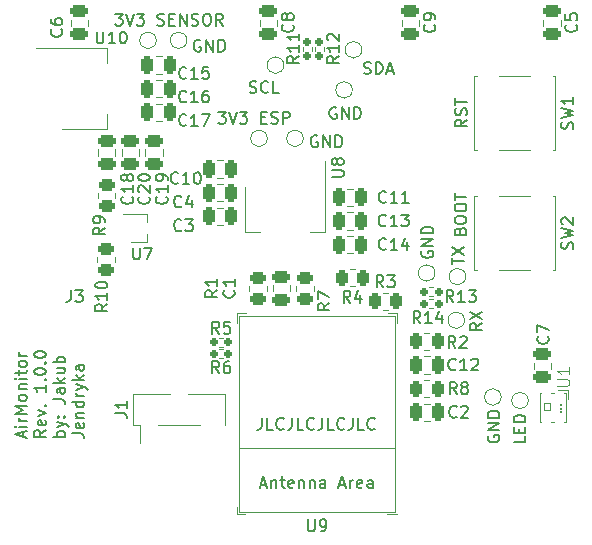
<source format=gto>
G04 #@! TF.GenerationSoftware,KiCad,Pcbnew,7.0.9*
G04 #@! TF.CreationDate,2023-12-09T12:38:09+01:00*
G04 #@! TF.ProjectId,AirMonitor,4169724d-6f6e-4697-946f-722e6b696361,1.0.0*
G04 #@! TF.SameCoordinates,Original*
G04 #@! TF.FileFunction,Legend,Top*
G04 #@! TF.FilePolarity,Positive*
%FSLAX46Y46*%
G04 Gerber Fmt 4.6, Leading zero omitted, Abs format (unit mm)*
G04 Created by KiCad (PCBNEW 7.0.9) date 2023-12-09 12:38:09*
%MOMM*%
%LPD*%
G01*
G04 APERTURE LIST*
G04 Aperture macros list*
%AMRoundRect*
0 Rectangle with rounded corners*
0 $1 Rounding radius*
0 $2 $3 $4 $5 $6 $7 $8 $9 X,Y pos of 4 corners*
0 Add a 4 corners polygon primitive as box body*
4,1,4,$2,$3,$4,$5,$6,$7,$8,$9,$2,$3,0*
0 Add four circle primitives for the rounded corners*
1,1,$1+$1,$2,$3*
1,1,$1+$1,$4,$5*
1,1,$1+$1,$6,$7*
1,1,$1+$1,$8,$9*
0 Add four rect primitives between the rounded corners*
20,1,$1+$1,$2,$3,$4,$5,0*
20,1,$1+$1,$4,$5,$6,$7,0*
20,1,$1+$1,$6,$7,$8,$9,0*
20,1,$1+$1,$8,$9,$2,$3,0*%
%AMFreePoly0*
4,1,6,0.725000,-0.725000,-0.725000,-0.725000,-0.725000,0.125000,-0.125000,0.725000,0.725000,0.725000,0.725000,-0.725000,0.725000,-0.725000,$1*%
G04 Aperture macros list end*
%ADD10C,0.150000*%
%ADD11C,0.100000*%
%ADD12C,0.120000*%
%ADD13RoundRect,0.250000X-0.475000X0.250000X-0.475000X-0.250000X0.475000X-0.250000X0.475000X0.250000X0*%
%ADD14C,1.000000*%
%ADD15R,1.150000X0.600000*%
%ADD16R,1.150000X0.300000*%
%ADD17O,2.100000X1.000000*%
%ADD18O,1.800000X1.000000*%
%ADD19RoundRect,0.250000X0.450000X-0.262500X0.450000X0.262500X-0.450000X0.262500X-0.450000X-0.262500X0*%
%ADD20RoundRect,0.250000X-0.262500X-0.450000X0.262500X-0.450000X0.262500X0.450000X-0.262500X0.450000X0*%
%ADD21R,1.000000X2.510000*%
%ADD22RoundRect,0.250000X-0.250000X-0.475000X0.250000X-0.475000X0.250000X0.475000X-0.250000X0.475000X0*%
%ADD23R,1.300000X1.550000*%
%ADD24RoundRect,0.160000X0.197500X0.160000X-0.197500X0.160000X-0.197500X-0.160000X0.197500X-0.160000X0*%
%ADD25R,0.800000X0.400000*%
%ADD26R,0.400000X0.800000*%
%ADD27FreePoly0,180.000000*%
%ADD28R,1.450000X1.450000*%
%ADD29R,0.700000X0.700000*%
%ADD30R,2.000000X1.500000*%
%ADD31R,2.000000X3.800000*%
%ADD32RoundRect,0.160000X0.160000X-0.197500X0.160000X0.197500X-0.160000X0.197500X-0.160000X-0.197500X0*%
%ADD33RoundRect,0.160000X-0.197500X-0.160000X0.197500X-0.160000X0.197500X0.160000X-0.197500X0.160000X0*%
%ADD34RoundRect,0.250000X-0.450000X0.262500X-0.450000X-0.262500X0.450000X-0.262500X0.450000X0.262500X0*%
%ADD35RoundRect,0.250000X0.475000X-0.250000X0.475000X0.250000X-0.475000X0.250000X-0.475000X-0.250000X0*%
%ADD36RoundRect,0.250000X0.262500X0.450000X-0.262500X0.450000X-0.262500X-0.450000X0.262500X-0.450000X0*%
%ADD37R,0.700000X0.450000*%
%ADD38R,1.500000X2.000000*%
%ADD39R,3.800000X2.000000*%
%ADD40RoundRect,0.250000X0.250000X0.475000X-0.250000X0.475000X-0.250000X-0.475000X0.250000X-0.475000X0*%
%ADD41RoundRect,0.160000X-0.160000X0.197500X-0.160000X-0.197500X0.160000X-0.197500X0.160000X0.197500X0*%
%ADD42R,1.000000X1.000000*%
%ADD43O,1.000000X1.000000*%
G04 APERTURE END LIST*
D10*
X120922493Y-156669819D02*
X120922493Y-157384104D01*
X120922493Y-157384104D02*
X120874874Y-157526961D01*
X120874874Y-157526961D02*
X120779636Y-157622200D01*
X120779636Y-157622200D02*
X120636779Y-157669819D01*
X120636779Y-157669819D02*
X120541541Y-157669819D01*
X121874874Y-157669819D02*
X121398684Y-157669819D01*
X121398684Y-157669819D02*
X121398684Y-156669819D01*
X122779636Y-157574580D02*
X122732017Y-157622200D01*
X122732017Y-157622200D02*
X122589160Y-157669819D01*
X122589160Y-157669819D02*
X122493922Y-157669819D01*
X122493922Y-157669819D02*
X122351065Y-157622200D01*
X122351065Y-157622200D02*
X122255827Y-157526961D01*
X122255827Y-157526961D02*
X122208208Y-157431723D01*
X122208208Y-157431723D02*
X122160589Y-157241247D01*
X122160589Y-157241247D02*
X122160589Y-157098390D01*
X122160589Y-157098390D02*
X122208208Y-156907914D01*
X122208208Y-156907914D02*
X122255827Y-156812676D01*
X122255827Y-156812676D02*
X122351065Y-156717438D01*
X122351065Y-156717438D02*
X122493922Y-156669819D01*
X122493922Y-156669819D02*
X122589160Y-156669819D01*
X122589160Y-156669819D02*
X122732017Y-156717438D01*
X122732017Y-156717438D02*
X122779636Y-156765057D01*
X123493922Y-156669819D02*
X123493922Y-157384104D01*
X123493922Y-157384104D02*
X123446303Y-157526961D01*
X123446303Y-157526961D02*
X123351065Y-157622200D01*
X123351065Y-157622200D02*
X123208208Y-157669819D01*
X123208208Y-157669819D02*
X123112970Y-157669819D01*
X124446303Y-157669819D02*
X123970113Y-157669819D01*
X123970113Y-157669819D02*
X123970113Y-156669819D01*
X125351065Y-157574580D02*
X125303446Y-157622200D01*
X125303446Y-157622200D02*
X125160589Y-157669819D01*
X125160589Y-157669819D02*
X125065351Y-157669819D01*
X125065351Y-157669819D02*
X124922494Y-157622200D01*
X124922494Y-157622200D02*
X124827256Y-157526961D01*
X124827256Y-157526961D02*
X124779637Y-157431723D01*
X124779637Y-157431723D02*
X124732018Y-157241247D01*
X124732018Y-157241247D02*
X124732018Y-157098390D01*
X124732018Y-157098390D02*
X124779637Y-156907914D01*
X124779637Y-156907914D02*
X124827256Y-156812676D01*
X124827256Y-156812676D02*
X124922494Y-156717438D01*
X124922494Y-156717438D02*
X125065351Y-156669819D01*
X125065351Y-156669819D02*
X125160589Y-156669819D01*
X125160589Y-156669819D02*
X125303446Y-156717438D01*
X125303446Y-156717438D02*
X125351065Y-156765057D01*
X126065351Y-156669819D02*
X126065351Y-157384104D01*
X126065351Y-157384104D02*
X126017732Y-157526961D01*
X126017732Y-157526961D02*
X125922494Y-157622200D01*
X125922494Y-157622200D02*
X125779637Y-157669819D01*
X125779637Y-157669819D02*
X125684399Y-157669819D01*
X127017732Y-157669819D02*
X126541542Y-157669819D01*
X126541542Y-157669819D02*
X126541542Y-156669819D01*
X127922494Y-157574580D02*
X127874875Y-157622200D01*
X127874875Y-157622200D02*
X127732018Y-157669819D01*
X127732018Y-157669819D02*
X127636780Y-157669819D01*
X127636780Y-157669819D02*
X127493923Y-157622200D01*
X127493923Y-157622200D02*
X127398685Y-157526961D01*
X127398685Y-157526961D02*
X127351066Y-157431723D01*
X127351066Y-157431723D02*
X127303447Y-157241247D01*
X127303447Y-157241247D02*
X127303447Y-157098390D01*
X127303447Y-157098390D02*
X127351066Y-156907914D01*
X127351066Y-156907914D02*
X127398685Y-156812676D01*
X127398685Y-156812676D02*
X127493923Y-156717438D01*
X127493923Y-156717438D02*
X127636780Y-156669819D01*
X127636780Y-156669819D02*
X127732018Y-156669819D01*
X127732018Y-156669819D02*
X127874875Y-156717438D01*
X127874875Y-156717438D02*
X127922494Y-156765057D01*
X128636780Y-156669819D02*
X128636780Y-157384104D01*
X128636780Y-157384104D02*
X128589161Y-157526961D01*
X128589161Y-157526961D02*
X128493923Y-157622200D01*
X128493923Y-157622200D02*
X128351066Y-157669819D01*
X128351066Y-157669819D02*
X128255828Y-157669819D01*
X129589161Y-157669819D02*
X129112971Y-157669819D01*
X129112971Y-157669819D02*
X129112971Y-156669819D01*
X130493923Y-157574580D02*
X130446304Y-157622200D01*
X130446304Y-157622200D02*
X130303447Y-157669819D01*
X130303447Y-157669819D02*
X130208209Y-157669819D01*
X130208209Y-157669819D02*
X130065352Y-157622200D01*
X130065352Y-157622200D02*
X129970114Y-157526961D01*
X129970114Y-157526961D02*
X129922495Y-157431723D01*
X129922495Y-157431723D02*
X129874876Y-157241247D01*
X129874876Y-157241247D02*
X129874876Y-157098390D01*
X129874876Y-157098390D02*
X129922495Y-156907914D01*
X129922495Y-156907914D02*
X129970114Y-156812676D01*
X129970114Y-156812676D02*
X130065352Y-156717438D01*
X130065352Y-156717438D02*
X130208209Y-156669819D01*
X130208209Y-156669819D02*
X130303447Y-156669819D01*
X130303447Y-156669819D02*
X130446304Y-156717438D01*
X130446304Y-156717438D02*
X130493923Y-156765057D01*
X100754104Y-158310839D02*
X100754104Y-157834649D01*
X101039819Y-158406077D02*
X100039819Y-158072744D01*
X100039819Y-158072744D02*
X101039819Y-157739411D01*
X101039819Y-157406077D02*
X100373152Y-157406077D01*
X100039819Y-157406077D02*
X100087438Y-157453696D01*
X100087438Y-157453696D02*
X100135057Y-157406077D01*
X100135057Y-157406077D02*
X100087438Y-157358458D01*
X100087438Y-157358458D02*
X100039819Y-157406077D01*
X100039819Y-157406077D02*
X100135057Y-157406077D01*
X101039819Y-156929887D02*
X100373152Y-156929887D01*
X100563628Y-156929887D02*
X100468390Y-156882268D01*
X100468390Y-156882268D02*
X100420771Y-156834649D01*
X100420771Y-156834649D02*
X100373152Y-156739411D01*
X100373152Y-156739411D02*
X100373152Y-156644173D01*
X101039819Y-156310839D02*
X100039819Y-156310839D01*
X100039819Y-156310839D02*
X100754104Y-155977506D01*
X100754104Y-155977506D02*
X100039819Y-155644173D01*
X100039819Y-155644173D02*
X101039819Y-155644173D01*
X101039819Y-155025125D02*
X100992200Y-155120363D01*
X100992200Y-155120363D02*
X100944580Y-155167982D01*
X100944580Y-155167982D02*
X100849342Y-155215601D01*
X100849342Y-155215601D02*
X100563628Y-155215601D01*
X100563628Y-155215601D02*
X100468390Y-155167982D01*
X100468390Y-155167982D02*
X100420771Y-155120363D01*
X100420771Y-155120363D02*
X100373152Y-155025125D01*
X100373152Y-155025125D02*
X100373152Y-154882268D01*
X100373152Y-154882268D02*
X100420771Y-154787030D01*
X100420771Y-154787030D02*
X100468390Y-154739411D01*
X100468390Y-154739411D02*
X100563628Y-154691792D01*
X100563628Y-154691792D02*
X100849342Y-154691792D01*
X100849342Y-154691792D02*
X100944580Y-154739411D01*
X100944580Y-154739411D02*
X100992200Y-154787030D01*
X100992200Y-154787030D02*
X101039819Y-154882268D01*
X101039819Y-154882268D02*
X101039819Y-155025125D01*
X100373152Y-154263220D02*
X101039819Y-154263220D01*
X100468390Y-154263220D02*
X100420771Y-154215601D01*
X100420771Y-154215601D02*
X100373152Y-154120363D01*
X100373152Y-154120363D02*
X100373152Y-153977506D01*
X100373152Y-153977506D02*
X100420771Y-153882268D01*
X100420771Y-153882268D02*
X100516009Y-153834649D01*
X100516009Y-153834649D02*
X101039819Y-153834649D01*
X101039819Y-153358458D02*
X100373152Y-153358458D01*
X100039819Y-153358458D02*
X100087438Y-153406077D01*
X100087438Y-153406077D02*
X100135057Y-153358458D01*
X100135057Y-153358458D02*
X100087438Y-153310839D01*
X100087438Y-153310839D02*
X100039819Y-153358458D01*
X100039819Y-153358458D02*
X100135057Y-153358458D01*
X100373152Y-153025125D02*
X100373152Y-152644173D01*
X100039819Y-152882268D02*
X100896961Y-152882268D01*
X100896961Y-152882268D02*
X100992200Y-152834649D01*
X100992200Y-152834649D02*
X101039819Y-152739411D01*
X101039819Y-152739411D02*
X101039819Y-152644173D01*
X101039819Y-152167982D02*
X100992200Y-152263220D01*
X100992200Y-152263220D02*
X100944580Y-152310839D01*
X100944580Y-152310839D02*
X100849342Y-152358458D01*
X100849342Y-152358458D02*
X100563628Y-152358458D01*
X100563628Y-152358458D02*
X100468390Y-152310839D01*
X100468390Y-152310839D02*
X100420771Y-152263220D01*
X100420771Y-152263220D02*
X100373152Y-152167982D01*
X100373152Y-152167982D02*
X100373152Y-152025125D01*
X100373152Y-152025125D02*
X100420771Y-151929887D01*
X100420771Y-151929887D02*
X100468390Y-151882268D01*
X100468390Y-151882268D02*
X100563628Y-151834649D01*
X100563628Y-151834649D02*
X100849342Y-151834649D01*
X100849342Y-151834649D02*
X100944580Y-151882268D01*
X100944580Y-151882268D02*
X100992200Y-151929887D01*
X100992200Y-151929887D02*
X101039819Y-152025125D01*
X101039819Y-152025125D02*
X101039819Y-152167982D01*
X101039819Y-151406077D02*
X100373152Y-151406077D01*
X100563628Y-151406077D02*
X100468390Y-151358458D01*
X100468390Y-151358458D02*
X100420771Y-151310839D01*
X100420771Y-151310839D02*
X100373152Y-151215601D01*
X100373152Y-151215601D02*
X100373152Y-151120363D01*
X102649819Y-157691792D02*
X102173628Y-158025125D01*
X102649819Y-158263220D02*
X101649819Y-158263220D01*
X101649819Y-158263220D02*
X101649819Y-157882268D01*
X101649819Y-157882268D02*
X101697438Y-157787030D01*
X101697438Y-157787030D02*
X101745057Y-157739411D01*
X101745057Y-157739411D02*
X101840295Y-157691792D01*
X101840295Y-157691792D02*
X101983152Y-157691792D01*
X101983152Y-157691792D02*
X102078390Y-157739411D01*
X102078390Y-157739411D02*
X102126009Y-157787030D01*
X102126009Y-157787030D02*
X102173628Y-157882268D01*
X102173628Y-157882268D02*
X102173628Y-158263220D01*
X102602200Y-156882268D02*
X102649819Y-156977506D01*
X102649819Y-156977506D02*
X102649819Y-157167982D01*
X102649819Y-157167982D02*
X102602200Y-157263220D01*
X102602200Y-157263220D02*
X102506961Y-157310839D01*
X102506961Y-157310839D02*
X102126009Y-157310839D01*
X102126009Y-157310839D02*
X102030771Y-157263220D01*
X102030771Y-157263220D02*
X101983152Y-157167982D01*
X101983152Y-157167982D02*
X101983152Y-156977506D01*
X101983152Y-156977506D02*
X102030771Y-156882268D01*
X102030771Y-156882268D02*
X102126009Y-156834649D01*
X102126009Y-156834649D02*
X102221247Y-156834649D01*
X102221247Y-156834649D02*
X102316485Y-157310839D01*
X101983152Y-156501315D02*
X102649819Y-156263220D01*
X102649819Y-156263220D02*
X101983152Y-156025125D01*
X102554580Y-155644172D02*
X102602200Y-155596553D01*
X102602200Y-155596553D02*
X102649819Y-155644172D01*
X102649819Y-155644172D02*
X102602200Y-155691791D01*
X102602200Y-155691791D02*
X102554580Y-155644172D01*
X102554580Y-155644172D02*
X102649819Y-155644172D01*
X102649819Y-153882268D02*
X102649819Y-154453696D01*
X102649819Y-154167982D02*
X101649819Y-154167982D01*
X101649819Y-154167982D02*
X101792676Y-154263220D01*
X101792676Y-154263220D02*
X101887914Y-154358458D01*
X101887914Y-154358458D02*
X101935533Y-154453696D01*
X102554580Y-153453696D02*
X102602200Y-153406077D01*
X102602200Y-153406077D02*
X102649819Y-153453696D01*
X102649819Y-153453696D02*
X102602200Y-153501315D01*
X102602200Y-153501315D02*
X102554580Y-153453696D01*
X102554580Y-153453696D02*
X102649819Y-153453696D01*
X101649819Y-152787030D02*
X101649819Y-152691792D01*
X101649819Y-152691792D02*
X101697438Y-152596554D01*
X101697438Y-152596554D02*
X101745057Y-152548935D01*
X101745057Y-152548935D02*
X101840295Y-152501316D01*
X101840295Y-152501316D02*
X102030771Y-152453697D01*
X102030771Y-152453697D02*
X102268866Y-152453697D01*
X102268866Y-152453697D02*
X102459342Y-152501316D01*
X102459342Y-152501316D02*
X102554580Y-152548935D01*
X102554580Y-152548935D02*
X102602200Y-152596554D01*
X102602200Y-152596554D02*
X102649819Y-152691792D01*
X102649819Y-152691792D02*
X102649819Y-152787030D01*
X102649819Y-152787030D02*
X102602200Y-152882268D01*
X102602200Y-152882268D02*
X102554580Y-152929887D01*
X102554580Y-152929887D02*
X102459342Y-152977506D01*
X102459342Y-152977506D02*
X102268866Y-153025125D01*
X102268866Y-153025125D02*
X102030771Y-153025125D01*
X102030771Y-153025125D02*
X101840295Y-152977506D01*
X101840295Y-152977506D02*
X101745057Y-152929887D01*
X101745057Y-152929887D02*
X101697438Y-152882268D01*
X101697438Y-152882268D02*
X101649819Y-152787030D01*
X102554580Y-152025125D02*
X102602200Y-151977506D01*
X102602200Y-151977506D02*
X102649819Y-152025125D01*
X102649819Y-152025125D02*
X102602200Y-152072744D01*
X102602200Y-152072744D02*
X102554580Y-152025125D01*
X102554580Y-152025125D02*
X102649819Y-152025125D01*
X101649819Y-151358459D02*
X101649819Y-151263221D01*
X101649819Y-151263221D02*
X101697438Y-151167983D01*
X101697438Y-151167983D02*
X101745057Y-151120364D01*
X101745057Y-151120364D02*
X101840295Y-151072745D01*
X101840295Y-151072745D02*
X102030771Y-151025126D01*
X102030771Y-151025126D02*
X102268866Y-151025126D01*
X102268866Y-151025126D02*
X102459342Y-151072745D01*
X102459342Y-151072745D02*
X102554580Y-151120364D01*
X102554580Y-151120364D02*
X102602200Y-151167983D01*
X102602200Y-151167983D02*
X102649819Y-151263221D01*
X102649819Y-151263221D02*
X102649819Y-151358459D01*
X102649819Y-151358459D02*
X102602200Y-151453697D01*
X102602200Y-151453697D02*
X102554580Y-151501316D01*
X102554580Y-151501316D02*
X102459342Y-151548935D01*
X102459342Y-151548935D02*
X102268866Y-151596554D01*
X102268866Y-151596554D02*
X102030771Y-151596554D01*
X102030771Y-151596554D02*
X101840295Y-151548935D01*
X101840295Y-151548935D02*
X101745057Y-151501316D01*
X101745057Y-151501316D02*
X101697438Y-151453697D01*
X101697438Y-151453697D02*
X101649819Y-151358459D01*
X104259819Y-158263220D02*
X103259819Y-158263220D01*
X103640771Y-158263220D02*
X103593152Y-158167982D01*
X103593152Y-158167982D02*
X103593152Y-157977506D01*
X103593152Y-157977506D02*
X103640771Y-157882268D01*
X103640771Y-157882268D02*
X103688390Y-157834649D01*
X103688390Y-157834649D02*
X103783628Y-157787030D01*
X103783628Y-157787030D02*
X104069342Y-157787030D01*
X104069342Y-157787030D02*
X104164580Y-157834649D01*
X104164580Y-157834649D02*
X104212200Y-157882268D01*
X104212200Y-157882268D02*
X104259819Y-157977506D01*
X104259819Y-157977506D02*
X104259819Y-158167982D01*
X104259819Y-158167982D02*
X104212200Y-158263220D01*
X103593152Y-157453696D02*
X104259819Y-157215601D01*
X103593152Y-156977506D02*
X104259819Y-157215601D01*
X104259819Y-157215601D02*
X104497914Y-157310839D01*
X104497914Y-157310839D02*
X104545533Y-157358458D01*
X104545533Y-157358458D02*
X104593152Y-157453696D01*
X104164580Y-156596553D02*
X104212200Y-156548934D01*
X104212200Y-156548934D02*
X104259819Y-156596553D01*
X104259819Y-156596553D02*
X104212200Y-156644172D01*
X104212200Y-156644172D02*
X104164580Y-156596553D01*
X104164580Y-156596553D02*
X104259819Y-156596553D01*
X103640771Y-156596553D02*
X103688390Y-156548934D01*
X103688390Y-156548934D02*
X103736009Y-156596553D01*
X103736009Y-156596553D02*
X103688390Y-156644172D01*
X103688390Y-156644172D02*
X103640771Y-156596553D01*
X103640771Y-156596553D02*
X103736009Y-156596553D01*
X103259819Y-155072744D02*
X103974104Y-155072744D01*
X103974104Y-155072744D02*
X104116961Y-155120363D01*
X104116961Y-155120363D02*
X104212200Y-155215601D01*
X104212200Y-155215601D02*
X104259819Y-155358458D01*
X104259819Y-155358458D02*
X104259819Y-155453696D01*
X104259819Y-154167982D02*
X103736009Y-154167982D01*
X103736009Y-154167982D02*
X103640771Y-154215601D01*
X103640771Y-154215601D02*
X103593152Y-154310839D01*
X103593152Y-154310839D02*
X103593152Y-154501315D01*
X103593152Y-154501315D02*
X103640771Y-154596553D01*
X104212200Y-154167982D02*
X104259819Y-154263220D01*
X104259819Y-154263220D02*
X104259819Y-154501315D01*
X104259819Y-154501315D02*
X104212200Y-154596553D01*
X104212200Y-154596553D02*
X104116961Y-154644172D01*
X104116961Y-154644172D02*
X104021723Y-154644172D01*
X104021723Y-154644172D02*
X103926485Y-154596553D01*
X103926485Y-154596553D02*
X103878866Y-154501315D01*
X103878866Y-154501315D02*
X103878866Y-154263220D01*
X103878866Y-154263220D02*
X103831247Y-154167982D01*
X104259819Y-153691791D02*
X103259819Y-153691791D01*
X103878866Y-153596553D02*
X104259819Y-153310839D01*
X103593152Y-153310839D02*
X103974104Y-153691791D01*
X103593152Y-152453696D02*
X104259819Y-152453696D01*
X103593152Y-152882267D02*
X104116961Y-152882267D01*
X104116961Y-152882267D02*
X104212200Y-152834648D01*
X104212200Y-152834648D02*
X104259819Y-152739410D01*
X104259819Y-152739410D02*
X104259819Y-152596553D01*
X104259819Y-152596553D02*
X104212200Y-152501315D01*
X104212200Y-152501315D02*
X104164580Y-152453696D01*
X104259819Y-151977505D02*
X103259819Y-151977505D01*
X103640771Y-151977505D02*
X103593152Y-151882267D01*
X103593152Y-151882267D02*
X103593152Y-151691791D01*
X103593152Y-151691791D02*
X103640771Y-151596553D01*
X103640771Y-151596553D02*
X103688390Y-151548934D01*
X103688390Y-151548934D02*
X103783628Y-151501315D01*
X103783628Y-151501315D02*
X104069342Y-151501315D01*
X104069342Y-151501315D02*
X104164580Y-151548934D01*
X104164580Y-151548934D02*
X104212200Y-151596553D01*
X104212200Y-151596553D02*
X104259819Y-151691791D01*
X104259819Y-151691791D02*
X104259819Y-151882267D01*
X104259819Y-151882267D02*
X104212200Y-151977505D01*
X104869819Y-157977506D02*
X105584104Y-157977506D01*
X105584104Y-157977506D02*
X105726961Y-158025125D01*
X105726961Y-158025125D02*
X105822200Y-158120363D01*
X105822200Y-158120363D02*
X105869819Y-158263220D01*
X105869819Y-158263220D02*
X105869819Y-158358458D01*
X105822200Y-157120363D02*
X105869819Y-157215601D01*
X105869819Y-157215601D02*
X105869819Y-157406077D01*
X105869819Y-157406077D02*
X105822200Y-157501315D01*
X105822200Y-157501315D02*
X105726961Y-157548934D01*
X105726961Y-157548934D02*
X105346009Y-157548934D01*
X105346009Y-157548934D02*
X105250771Y-157501315D01*
X105250771Y-157501315D02*
X105203152Y-157406077D01*
X105203152Y-157406077D02*
X105203152Y-157215601D01*
X105203152Y-157215601D02*
X105250771Y-157120363D01*
X105250771Y-157120363D02*
X105346009Y-157072744D01*
X105346009Y-157072744D02*
X105441247Y-157072744D01*
X105441247Y-157072744D02*
X105536485Y-157548934D01*
X105203152Y-156644172D02*
X105869819Y-156644172D01*
X105298390Y-156644172D02*
X105250771Y-156596553D01*
X105250771Y-156596553D02*
X105203152Y-156501315D01*
X105203152Y-156501315D02*
X105203152Y-156358458D01*
X105203152Y-156358458D02*
X105250771Y-156263220D01*
X105250771Y-156263220D02*
X105346009Y-156215601D01*
X105346009Y-156215601D02*
X105869819Y-156215601D01*
X105869819Y-155310839D02*
X104869819Y-155310839D01*
X105822200Y-155310839D02*
X105869819Y-155406077D01*
X105869819Y-155406077D02*
X105869819Y-155596553D01*
X105869819Y-155596553D02*
X105822200Y-155691791D01*
X105822200Y-155691791D02*
X105774580Y-155739410D01*
X105774580Y-155739410D02*
X105679342Y-155787029D01*
X105679342Y-155787029D02*
X105393628Y-155787029D01*
X105393628Y-155787029D02*
X105298390Y-155739410D01*
X105298390Y-155739410D02*
X105250771Y-155691791D01*
X105250771Y-155691791D02*
X105203152Y-155596553D01*
X105203152Y-155596553D02*
X105203152Y-155406077D01*
X105203152Y-155406077D02*
X105250771Y-155310839D01*
X105869819Y-154834648D02*
X105203152Y-154834648D01*
X105393628Y-154834648D02*
X105298390Y-154787029D01*
X105298390Y-154787029D02*
X105250771Y-154739410D01*
X105250771Y-154739410D02*
X105203152Y-154644172D01*
X105203152Y-154644172D02*
X105203152Y-154548934D01*
X105203152Y-154310838D02*
X105869819Y-154072743D01*
X105203152Y-153834648D02*
X105869819Y-154072743D01*
X105869819Y-154072743D02*
X106107914Y-154167981D01*
X106107914Y-154167981D02*
X106155533Y-154215600D01*
X106155533Y-154215600D02*
X106203152Y-154310838D01*
X105869819Y-153453695D02*
X104869819Y-153453695D01*
X105488866Y-153358457D02*
X105869819Y-153072743D01*
X105203152Y-153072743D02*
X105584104Y-153453695D01*
X105869819Y-152215600D02*
X105346009Y-152215600D01*
X105346009Y-152215600D02*
X105250771Y-152263219D01*
X105250771Y-152263219D02*
X105203152Y-152358457D01*
X105203152Y-152358457D02*
X105203152Y-152548933D01*
X105203152Y-152548933D02*
X105250771Y-152644171D01*
X105822200Y-152215600D02*
X105869819Y-152310838D01*
X105869819Y-152310838D02*
X105869819Y-152548933D01*
X105869819Y-152548933D02*
X105822200Y-152644171D01*
X105822200Y-152644171D02*
X105726961Y-152691790D01*
X105726961Y-152691790D02*
X105631723Y-152691790D01*
X105631723Y-152691790D02*
X105536485Y-152644171D01*
X105536485Y-152644171D02*
X105488866Y-152548933D01*
X105488866Y-152548933D02*
X105488866Y-152310838D01*
X105488866Y-152310838D02*
X105441247Y-152215600D01*
X123539580Y-123366666D02*
X123587200Y-123414285D01*
X123587200Y-123414285D02*
X123634819Y-123557142D01*
X123634819Y-123557142D02*
X123634819Y-123652380D01*
X123634819Y-123652380D02*
X123587200Y-123795237D01*
X123587200Y-123795237D02*
X123491961Y-123890475D01*
X123491961Y-123890475D02*
X123396723Y-123938094D01*
X123396723Y-123938094D02*
X123206247Y-123985713D01*
X123206247Y-123985713D02*
X123063390Y-123985713D01*
X123063390Y-123985713D02*
X122872914Y-123938094D01*
X122872914Y-123938094D02*
X122777676Y-123890475D01*
X122777676Y-123890475D02*
X122682438Y-123795237D01*
X122682438Y-123795237D02*
X122634819Y-123652380D01*
X122634819Y-123652380D02*
X122634819Y-123557142D01*
X122634819Y-123557142D02*
X122682438Y-123414285D01*
X122682438Y-123414285D02*
X122730057Y-123366666D01*
X123063390Y-122795237D02*
X123015771Y-122890475D01*
X123015771Y-122890475D02*
X122968152Y-122938094D01*
X122968152Y-122938094D02*
X122872914Y-122985713D01*
X122872914Y-122985713D02*
X122825295Y-122985713D01*
X122825295Y-122985713D02*
X122730057Y-122938094D01*
X122730057Y-122938094D02*
X122682438Y-122890475D01*
X122682438Y-122890475D02*
X122634819Y-122795237D01*
X122634819Y-122795237D02*
X122634819Y-122604761D01*
X122634819Y-122604761D02*
X122682438Y-122509523D01*
X122682438Y-122509523D02*
X122730057Y-122461904D01*
X122730057Y-122461904D02*
X122825295Y-122414285D01*
X122825295Y-122414285D02*
X122872914Y-122414285D01*
X122872914Y-122414285D02*
X122968152Y-122461904D01*
X122968152Y-122461904D02*
X123015771Y-122509523D01*
X123015771Y-122509523D02*
X123063390Y-122604761D01*
X123063390Y-122604761D02*
X123063390Y-122795237D01*
X123063390Y-122795237D02*
X123111009Y-122890475D01*
X123111009Y-122890475D02*
X123158628Y-122938094D01*
X123158628Y-122938094D02*
X123253866Y-122985713D01*
X123253866Y-122985713D02*
X123444342Y-122985713D01*
X123444342Y-122985713D02*
X123539580Y-122938094D01*
X123539580Y-122938094D02*
X123587200Y-122890475D01*
X123587200Y-122890475D02*
X123634819Y-122795237D01*
X123634819Y-122795237D02*
X123634819Y-122604761D01*
X123634819Y-122604761D02*
X123587200Y-122509523D01*
X123587200Y-122509523D02*
X123539580Y-122461904D01*
X123539580Y-122461904D02*
X123444342Y-122414285D01*
X123444342Y-122414285D02*
X123253866Y-122414285D01*
X123253866Y-122414285D02*
X123158628Y-122461904D01*
X123158628Y-122461904D02*
X123111009Y-122509523D01*
X123111009Y-122509523D02*
X123063390Y-122604761D01*
X139554819Y-148666666D02*
X139078628Y-148999999D01*
X139554819Y-149238094D02*
X138554819Y-149238094D01*
X138554819Y-149238094D02*
X138554819Y-148857142D01*
X138554819Y-148857142D02*
X138602438Y-148761904D01*
X138602438Y-148761904D02*
X138650057Y-148714285D01*
X138650057Y-148714285D02*
X138745295Y-148666666D01*
X138745295Y-148666666D02*
X138888152Y-148666666D01*
X138888152Y-148666666D02*
X138983390Y-148714285D01*
X138983390Y-148714285D02*
X139031009Y-148761904D01*
X139031009Y-148761904D02*
X139078628Y-148857142D01*
X139078628Y-148857142D02*
X139078628Y-149238094D01*
X138554819Y-148333332D02*
X139554819Y-147666666D01*
X138554819Y-147666666D02*
X139554819Y-148333332D01*
X104766666Y-145854819D02*
X104766666Y-146569104D01*
X104766666Y-146569104D02*
X104719047Y-146711961D01*
X104719047Y-146711961D02*
X104623809Y-146807200D01*
X104623809Y-146807200D02*
X104480952Y-146854819D01*
X104480952Y-146854819D02*
X104385714Y-146854819D01*
X105147619Y-145854819D02*
X105766666Y-145854819D01*
X105766666Y-145854819D02*
X105433333Y-146235771D01*
X105433333Y-146235771D02*
X105576190Y-146235771D01*
X105576190Y-146235771D02*
X105671428Y-146283390D01*
X105671428Y-146283390D02*
X105719047Y-146331009D01*
X105719047Y-146331009D02*
X105766666Y-146426247D01*
X105766666Y-146426247D02*
X105766666Y-146664342D01*
X105766666Y-146664342D02*
X105719047Y-146759580D01*
X105719047Y-146759580D02*
X105671428Y-146807200D01*
X105671428Y-146807200D02*
X105576190Y-146854819D01*
X105576190Y-146854819D02*
X105290476Y-146854819D01*
X105290476Y-146854819D02*
X105195238Y-146807200D01*
X105195238Y-146807200D02*
X105147619Y-146759580D01*
X112859580Y-137942857D02*
X112907200Y-137990476D01*
X112907200Y-137990476D02*
X112954819Y-138133333D01*
X112954819Y-138133333D02*
X112954819Y-138228571D01*
X112954819Y-138228571D02*
X112907200Y-138371428D01*
X112907200Y-138371428D02*
X112811961Y-138466666D01*
X112811961Y-138466666D02*
X112716723Y-138514285D01*
X112716723Y-138514285D02*
X112526247Y-138561904D01*
X112526247Y-138561904D02*
X112383390Y-138561904D01*
X112383390Y-138561904D02*
X112192914Y-138514285D01*
X112192914Y-138514285D02*
X112097676Y-138466666D01*
X112097676Y-138466666D02*
X112002438Y-138371428D01*
X112002438Y-138371428D02*
X111954819Y-138228571D01*
X111954819Y-138228571D02*
X111954819Y-138133333D01*
X111954819Y-138133333D02*
X112002438Y-137990476D01*
X112002438Y-137990476D02*
X112050057Y-137942857D01*
X112954819Y-136990476D02*
X112954819Y-137561904D01*
X112954819Y-137276190D02*
X111954819Y-137276190D01*
X111954819Y-137276190D02*
X112097676Y-137371428D01*
X112097676Y-137371428D02*
X112192914Y-137466666D01*
X112192914Y-137466666D02*
X112240533Y-137561904D01*
X112954819Y-136514285D02*
X112954819Y-136323809D01*
X112954819Y-136323809D02*
X112907200Y-136228571D01*
X112907200Y-136228571D02*
X112859580Y-136180952D01*
X112859580Y-136180952D02*
X112716723Y-136085714D01*
X112716723Y-136085714D02*
X112526247Y-136038095D01*
X112526247Y-136038095D02*
X112145295Y-136038095D01*
X112145295Y-136038095D02*
X112050057Y-136085714D01*
X112050057Y-136085714D02*
X112002438Y-136133333D01*
X112002438Y-136133333D02*
X111954819Y-136228571D01*
X111954819Y-136228571D02*
X111954819Y-136419047D01*
X111954819Y-136419047D02*
X112002438Y-136514285D01*
X112002438Y-136514285D02*
X112050057Y-136561904D01*
X112050057Y-136561904D02*
X112145295Y-136609523D01*
X112145295Y-136609523D02*
X112383390Y-136609523D01*
X112383390Y-136609523D02*
X112478628Y-136561904D01*
X112478628Y-136561904D02*
X112526247Y-136514285D01*
X112526247Y-136514285D02*
X112573866Y-136419047D01*
X112573866Y-136419047D02*
X112573866Y-136228571D01*
X112573866Y-136228571D02*
X112526247Y-136133333D01*
X112526247Y-136133333D02*
X112478628Y-136085714D01*
X112478628Y-136085714D02*
X112383390Y-136038095D01*
X147539580Y-123366666D02*
X147587200Y-123414285D01*
X147587200Y-123414285D02*
X147634819Y-123557142D01*
X147634819Y-123557142D02*
X147634819Y-123652380D01*
X147634819Y-123652380D02*
X147587200Y-123795237D01*
X147587200Y-123795237D02*
X147491961Y-123890475D01*
X147491961Y-123890475D02*
X147396723Y-123938094D01*
X147396723Y-123938094D02*
X147206247Y-123985713D01*
X147206247Y-123985713D02*
X147063390Y-123985713D01*
X147063390Y-123985713D02*
X146872914Y-123938094D01*
X146872914Y-123938094D02*
X146777676Y-123890475D01*
X146777676Y-123890475D02*
X146682438Y-123795237D01*
X146682438Y-123795237D02*
X146634819Y-123652380D01*
X146634819Y-123652380D02*
X146634819Y-123557142D01*
X146634819Y-123557142D02*
X146682438Y-123414285D01*
X146682438Y-123414285D02*
X146730057Y-123366666D01*
X146634819Y-122461904D02*
X146634819Y-122938094D01*
X146634819Y-122938094D02*
X147111009Y-122985713D01*
X147111009Y-122985713D02*
X147063390Y-122938094D01*
X147063390Y-122938094D02*
X147015771Y-122842856D01*
X147015771Y-122842856D02*
X147015771Y-122604761D01*
X147015771Y-122604761D02*
X147063390Y-122509523D01*
X147063390Y-122509523D02*
X147111009Y-122461904D01*
X147111009Y-122461904D02*
X147206247Y-122414285D01*
X147206247Y-122414285D02*
X147444342Y-122414285D01*
X147444342Y-122414285D02*
X147539580Y-122461904D01*
X147539580Y-122461904D02*
X147587200Y-122509523D01*
X147587200Y-122509523D02*
X147634819Y-122604761D01*
X147634819Y-122604761D02*
X147634819Y-122842856D01*
X147634819Y-122842856D02*
X147587200Y-122938094D01*
X147587200Y-122938094D02*
X147539580Y-122985713D01*
X107854819Y-147042857D02*
X107378628Y-147376190D01*
X107854819Y-147614285D02*
X106854819Y-147614285D01*
X106854819Y-147614285D02*
X106854819Y-147233333D01*
X106854819Y-147233333D02*
X106902438Y-147138095D01*
X106902438Y-147138095D02*
X106950057Y-147090476D01*
X106950057Y-147090476D02*
X107045295Y-147042857D01*
X107045295Y-147042857D02*
X107188152Y-147042857D01*
X107188152Y-147042857D02*
X107283390Y-147090476D01*
X107283390Y-147090476D02*
X107331009Y-147138095D01*
X107331009Y-147138095D02*
X107378628Y-147233333D01*
X107378628Y-147233333D02*
X107378628Y-147614285D01*
X107854819Y-146090476D02*
X107854819Y-146661904D01*
X107854819Y-146376190D02*
X106854819Y-146376190D01*
X106854819Y-146376190D02*
X106997676Y-146471428D01*
X106997676Y-146471428D02*
X107092914Y-146566666D01*
X107092914Y-146566666D02*
X107140533Y-146661904D01*
X106854819Y-145471428D02*
X106854819Y-145376190D01*
X106854819Y-145376190D02*
X106902438Y-145280952D01*
X106902438Y-145280952D02*
X106950057Y-145233333D01*
X106950057Y-145233333D02*
X107045295Y-145185714D01*
X107045295Y-145185714D02*
X107235771Y-145138095D01*
X107235771Y-145138095D02*
X107473866Y-145138095D01*
X107473866Y-145138095D02*
X107664342Y-145185714D01*
X107664342Y-145185714D02*
X107759580Y-145233333D01*
X107759580Y-145233333D02*
X107807200Y-145280952D01*
X107807200Y-145280952D02*
X107854819Y-145376190D01*
X107854819Y-145376190D02*
X107854819Y-145471428D01*
X107854819Y-145471428D02*
X107807200Y-145566666D01*
X107807200Y-145566666D02*
X107759580Y-145614285D01*
X107759580Y-145614285D02*
X107664342Y-145661904D01*
X107664342Y-145661904D02*
X107473866Y-145709523D01*
X107473866Y-145709523D02*
X107235771Y-145709523D01*
X107235771Y-145709523D02*
X107045295Y-145661904D01*
X107045295Y-145661904D02*
X106950057Y-145614285D01*
X106950057Y-145614285D02*
X106902438Y-145566666D01*
X106902438Y-145566666D02*
X106854819Y-145471428D01*
X137333333Y-150754819D02*
X137000000Y-150278628D01*
X136761905Y-150754819D02*
X136761905Y-149754819D01*
X136761905Y-149754819D02*
X137142857Y-149754819D01*
X137142857Y-149754819D02*
X137238095Y-149802438D01*
X137238095Y-149802438D02*
X137285714Y-149850057D01*
X137285714Y-149850057D02*
X137333333Y-149945295D01*
X137333333Y-149945295D02*
X137333333Y-150088152D01*
X137333333Y-150088152D02*
X137285714Y-150183390D01*
X137285714Y-150183390D02*
X137238095Y-150231009D01*
X137238095Y-150231009D02*
X137142857Y-150278628D01*
X137142857Y-150278628D02*
X136761905Y-150278628D01*
X137714286Y-149850057D02*
X137761905Y-149802438D01*
X137761905Y-149802438D02*
X137857143Y-149754819D01*
X137857143Y-149754819D02*
X138095238Y-149754819D01*
X138095238Y-149754819D02*
X138190476Y-149802438D01*
X138190476Y-149802438D02*
X138238095Y-149850057D01*
X138238095Y-149850057D02*
X138285714Y-149945295D01*
X138285714Y-149945295D02*
X138285714Y-150040533D01*
X138285714Y-150040533D02*
X138238095Y-150183390D01*
X138238095Y-150183390D02*
X137666667Y-150754819D01*
X137666667Y-150754819D02*
X138285714Y-150754819D01*
X108524819Y-156278333D02*
X109239104Y-156278333D01*
X109239104Y-156278333D02*
X109381961Y-156325952D01*
X109381961Y-156325952D02*
X109477200Y-156421190D01*
X109477200Y-156421190D02*
X109524819Y-156564047D01*
X109524819Y-156564047D02*
X109524819Y-156659285D01*
X109524819Y-155278333D02*
X109524819Y-155849761D01*
X109524819Y-155564047D02*
X108524819Y-155564047D01*
X108524819Y-155564047D02*
X108667676Y-155659285D01*
X108667676Y-155659285D02*
X108762914Y-155754523D01*
X108762914Y-155754523D02*
X108810533Y-155849761D01*
X117252381Y-130754819D02*
X117871428Y-130754819D01*
X117871428Y-130754819D02*
X117538095Y-131135771D01*
X117538095Y-131135771D02*
X117680952Y-131135771D01*
X117680952Y-131135771D02*
X117776190Y-131183390D01*
X117776190Y-131183390D02*
X117823809Y-131231009D01*
X117823809Y-131231009D02*
X117871428Y-131326247D01*
X117871428Y-131326247D02*
X117871428Y-131564342D01*
X117871428Y-131564342D02*
X117823809Y-131659580D01*
X117823809Y-131659580D02*
X117776190Y-131707200D01*
X117776190Y-131707200D02*
X117680952Y-131754819D01*
X117680952Y-131754819D02*
X117395238Y-131754819D01*
X117395238Y-131754819D02*
X117300000Y-131707200D01*
X117300000Y-131707200D02*
X117252381Y-131659580D01*
X118157143Y-130754819D02*
X118490476Y-131754819D01*
X118490476Y-131754819D02*
X118823809Y-130754819D01*
X119061905Y-130754819D02*
X119680952Y-130754819D01*
X119680952Y-130754819D02*
X119347619Y-131135771D01*
X119347619Y-131135771D02*
X119490476Y-131135771D01*
X119490476Y-131135771D02*
X119585714Y-131183390D01*
X119585714Y-131183390D02*
X119633333Y-131231009D01*
X119633333Y-131231009D02*
X119680952Y-131326247D01*
X119680952Y-131326247D02*
X119680952Y-131564342D01*
X119680952Y-131564342D02*
X119633333Y-131659580D01*
X119633333Y-131659580D02*
X119585714Y-131707200D01*
X119585714Y-131707200D02*
X119490476Y-131754819D01*
X119490476Y-131754819D02*
X119204762Y-131754819D01*
X119204762Y-131754819D02*
X119109524Y-131707200D01*
X119109524Y-131707200D02*
X119061905Y-131659580D01*
X120871429Y-131231009D02*
X121204762Y-131231009D01*
X121347619Y-131754819D02*
X120871429Y-131754819D01*
X120871429Y-131754819D02*
X120871429Y-130754819D01*
X120871429Y-130754819D02*
X121347619Y-130754819D01*
X121728572Y-131707200D02*
X121871429Y-131754819D01*
X121871429Y-131754819D02*
X122109524Y-131754819D01*
X122109524Y-131754819D02*
X122204762Y-131707200D01*
X122204762Y-131707200D02*
X122252381Y-131659580D01*
X122252381Y-131659580D02*
X122300000Y-131564342D01*
X122300000Y-131564342D02*
X122300000Y-131469104D01*
X122300000Y-131469104D02*
X122252381Y-131373866D01*
X122252381Y-131373866D02*
X122204762Y-131326247D01*
X122204762Y-131326247D02*
X122109524Y-131278628D01*
X122109524Y-131278628D02*
X121919048Y-131231009D01*
X121919048Y-131231009D02*
X121823810Y-131183390D01*
X121823810Y-131183390D02*
X121776191Y-131135771D01*
X121776191Y-131135771D02*
X121728572Y-131040533D01*
X121728572Y-131040533D02*
X121728572Y-130945295D01*
X121728572Y-130945295D02*
X121776191Y-130850057D01*
X121776191Y-130850057D02*
X121823810Y-130802438D01*
X121823810Y-130802438D02*
X121919048Y-130754819D01*
X121919048Y-130754819D02*
X122157143Y-130754819D01*
X122157143Y-130754819D02*
X122300000Y-130802438D01*
X122728572Y-131754819D02*
X122728572Y-130754819D01*
X122728572Y-130754819D02*
X123109524Y-130754819D01*
X123109524Y-130754819D02*
X123204762Y-130802438D01*
X123204762Y-130802438D02*
X123252381Y-130850057D01*
X123252381Y-130850057D02*
X123300000Y-130945295D01*
X123300000Y-130945295D02*
X123300000Y-131088152D01*
X123300000Y-131088152D02*
X123252381Y-131183390D01*
X123252381Y-131183390D02*
X123204762Y-131231009D01*
X123204762Y-131231009D02*
X123109524Y-131278628D01*
X123109524Y-131278628D02*
X122728572Y-131278628D01*
X114557142Y-131859580D02*
X114509523Y-131907200D01*
X114509523Y-131907200D02*
X114366666Y-131954819D01*
X114366666Y-131954819D02*
X114271428Y-131954819D01*
X114271428Y-131954819D02*
X114128571Y-131907200D01*
X114128571Y-131907200D02*
X114033333Y-131811961D01*
X114033333Y-131811961D02*
X113985714Y-131716723D01*
X113985714Y-131716723D02*
X113938095Y-131526247D01*
X113938095Y-131526247D02*
X113938095Y-131383390D01*
X113938095Y-131383390D02*
X113985714Y-131192914D01*
X113985714Y-131192914D02*
X114033333Y-131097676D01*
X114033333Y-131097676D02*
X114128571Y-131002438D01*
X114128571Y-131002438D02*
X114271428Y-130954819D01*
X114271428Y-130954819D02*
X114366666Y-130954819D01*
X114366666Y-130954819D02*
X114509523Y-131002438D01*
X114509523Y-131002438D02*
X114557142Y-131050057D01*
X115509523Y-131954819D02*
X114938095Y-131954819D01*
X115223809Y-131954819D02*
X115223809Y-130954819D01*
X115223809Y-130954819D02*
X115128571Y-131097676D01*
X115128571Y-131097676D02*
X115033333Y-131192914D01*
X115033333Y-131192914D02*
X114938095Y-131240533D01*
X115842857Y-130954819D02*
X116509523Y-130954819D01*
X116509523Y-130954819D02*
X116080952Y-131954819D01*
X147257200Y-132208332D02*
X147304819Y-132065475D01*
X147304819Y-132065475D02*
X147304819Y-131827380D01*
X147304819Y-131827380D02*
X147257200Y-131732142D01*
X147257200Y-131732142D02*
X147209580Y-131684523D01*
X147209580Y-131684523D02*
X147114342Y-131636904D01*
X147114342Y-131636904D02*
X147019104Y-131636904D01*
X147019104Y-131636904D02*
X146923866Y-131684523D01*
X146923866Y-131684523D02*
X146876247Y-131732142D01*
X146876247Y-131732142D02*
X146828628Y-131827380D01*
X146828628Y-131827380D02*
X146781009Y-132017856D01*
X146781009Y-132017856D02*
X146733390Y-132113094D01*
X146733390Y-132113094D02*
X146685771Y-132160713D01*
X146685771Y-132160713D02*
X146590533Y-132208332D01*
X146590533Y-132208332D02*
X146495295Y-132208332D01*
X146495295Y-132208332D02*
X146400057Y-132160713D01*
X146400057Y-132160713D02*
X146352438Y-132113094D01*
X146352438Y-132113094D02*
X146304819Y-132017856D01*
X146304819Y-132017856D02*
X146304819Y-131779761D01*
X146304819Y-131779761D02*
X146352438Y-131636904D01*
X146304819Y-131303570D02*
X147304819Y-131065475D01*
X147304819Y-131065475D02*
X146590533Y-130874999D01*
X146590533Y-130874999D02*
X147304819Y-130684523D01*
X147304819Y-130684523D02*
X146304819Y-130446428D01*
X147304819Y-129541666D02*
X147304819Y-130113094D01*
X147304819Y-129827380D02*
X146304819Y-129827380D01*
X146304819Y-129827380D02*
X146447676Y-129922618D01*
X146447676Y-129922618D02*
X146542914Y-130017856D01*
X146542914Y-130017856D02*
X146590533Y-130113094D01*
X138304819Y-131422619D02*
X137828628Y-131755952D01*
X138304819Y-131994047D02*
X137304819Y-131994047D01*
X137304819Y-131994047D02*
X137304819Y-131613095D01*
X137304819Y-131613095D02*
X137352438Y-131517857D01*
X137352438Y-131517857D02*
X137400057Y-131470238D01*
X137400057Y-131470238D02*
X137495295Y-131422619D01*
X137495295Y-131422619D02*
X137638152Y-131422619D01*
X137638152Y-131422619D02*
X137733390Y-131470238D01*
X137733390Y-131470238D02*
X137781009Y-131517857D01*
X137781009Y-131517857D02*
X137828628Y-131613095D01*
X137828628Y-131613095D02*
X137828628Y-131994047D01*
X138257200Y-131041666D02*
X138304819Y-130898809D01*
X138304819Y-130898809D02*
X138304819Y-130660714D01*
X138304819Y-130660714D02*
X138257200Y-130565476D01*
X138257200Y-130565476D02*
X138209580Y-130517857D01*
X138209580Y-130517857D02*
X138114342Y-130470238D01*
X138114342Y-130470238D02*
X138019104Y-130470238D01*
X138019104Y-130470238D02*
X137923866Y-130517857D01*
X137923866Y-130517857D02*
X137876247Y-130565476D01*
X137876247Y-130565476D02*
X137828628Y-130660714D01*
X137828628Y-130660714D02*
X137781009Y-130851190D01*
X137781009Y-130851190D02*
X137733390Y-130946428D01*
X137733390Y-130946428D02*
X137685771Y-130994047D01*
X137685771Y-130994047D02*
X137590533Y-131041666D01*
X137590533Y-131041666D02*
X137495295Y-131041666D01*
X137495295Y-131041666D02*
X137400057Y-130994047D01*
X137400057Y-130994047D02*
X137352438Y-130946428D01*
X137352438Y-130946428D02*
X137304819Y-130851190D01*
X137304819Y-130851190D02*
X137304819Y-130613095D01*
X137304819Y-130613095D02*
X137352438Y-130470238D01*
X137304819Y-130184523D02*
X137304819Y-129613095D01*
X138304819Y-129898809D02*
X137304819Y-129898809D01*
X131457142Y-140359580D02*
X131409523Y-140407200D01*
X131409523Y-140407200D02*
X131266666Y-140454819D01*
X131266666Y-140454819D02*
X131171428Y-140454819D01*
X131171428Y-140454819D02*
X131028571Y-140407200D01*
X131028571Y-140407200D02*
X130933333Y-140311961D01*
X130933333Y-140311961D02*
X130885714Y-140216723D01*
X130885714Y-140216723D02*
X130838095Y-140026247D01*
X130838095Y-140026247D02*
X130838095Y-139883390D01*
X130838095Y-139883390D02*
X130885714Y-139692914D01*
X130885714Y-139692914D02*
X130933333Y-139597676D01*
X130933333Y-139597676D02*
X131028571Y-139502438D01*
X131028571Y-139502438D02*
X131171428Y-139454819D01*
X131171428Y-139454819D02*
X131266666Y-139454819D01*
X131266666Y-139454819D02*
X131409523Y-139502438D01*
X131409523Y-139502438D02*
X131457142Y-139550057D01*
X132409523Y-140454819D02*
X131838095Y-140454819D01*
X132123809Y-140454819D02*
X132123809Y-139454819D01*
X132123809Y-139454819D02*
X132028571Y-139597676D01*
X132028571Y-139597676D02*
X131933333Y-139692914D01*
X131933333Y-139692914D02*
X131838095Y-139740533D01*
X132742857Y-139454819D02*
X133361904Y-139454819D01*
X133361904Y-139454819D02*
X133028571Y-139835771D01*
X133028571Y-139835771D02*
X133171428Y-139835771D01*
X133171428Y-139835771D02*
X133266666Y-139883390D01*
X133266666Y-139883390D02*
X133314285Y-139931009D01*
X133314285Y-139931009D02*
X133361904Y-140026247D01*
X133361904Y-140026247D02*
X133361904Y-140264342D01*
X133361904Y-140264342D02*
X133314285Y-140359580D01*
X133314285Y-140359580D02*
X133266666Y-140407200D01*
X133266666Y-140407200D02*
X133171428Y-140454819D01*
X133171428Y-140454819D02*
X132885714Y-140454819D01*
X132885714Y-140454819D02*
X132790476Y-140407200D01*
X132790476Y-140407200D02*
X132742857Y-140359580D01*
X126654819Y-146966666D02*
X126178628Y-147299999D01*
X126654819Y-147538094D02*
X125654819Y-147538094D01*
X125654819Y-147538094D02*
X125654819Y-147157142D01*
X125654819Y-147157142D02*
X125702438Y-147061904D01*
X125702438Y-147061904D02*
X125750057Y-147014285D01*
X125750057Y-147014285D02*
X125845295Y-146966666D01*
X125845295Y-146966666D02*
X125988152Y-146966666D01*
X125988152Y-146966666D02*
X126083390Y-147014285D01*
X126083390Y-147014285D02*
X126131009Y-147061904D01*
X126131009Y-147061904D02*
X126178628Y-147157142D01*
X126178628Y-147157142D02*
X126178628Y-147538094D01*
X125654819Y-146633332D02*
X125654819Y-145966666D01*
X125654819Y-145966666D02*
X126654819Y-146395237D01*
X143254819Y-158242857D02*
X143254819Y-158719047D01*
X143254819Y-158719047D02*
X142254819Y-158719047D01*
X142731009Y-157909523D02*
X142731009Y-157576190D01*
X143254819Y-157433333D02*
X143254819Y-157909523D01*
X143254819Y-157909523D02*
X142254819Y-157909523D01*
X142254819Y-157909523D02*
X142254819Y-157433333D01*
X143254819Y-157004761D02*
X142254819Y-157004761D01*
X142254819Y-157004761D02*
X142254819Y-156766666D01*
X142254819Y-156766666D02*
X142302438Y-156623809D01*
X142302438Y-156623809D02*
X142397676Y-156528571D01*
X142397676Y-156528571D02*
X142492914Y-156480952D01*
X142492914Y-156480952D02*
X142683390Y-156433333D01*
X142683390Y-156433333D02*
X142826247Y-156433333D01*
X142826247Y-156433333D02*
X143016723Y-156480952D01*
X143016723Y-156480952D02*
X143111961Y-156528571D01*
X143111961Y-156528571D02*
X143207200Y-156623809D01*
X143207200Y-156623809D02*
X143254819Y-156766666D01*
X143254819Y-156766666D02*
X143254819Y-157004761D01*
X137357142Y-152559580D02*
X137309523Y-152607200D01*
X137309523Y-152607200D02*
X137166666Y-152654819D01*
X137166666Y-152654819D02*
X137071428Y-152654819D01*
X137071428Y-152654819D02*
X136928571Y-152607200D01*
X136928571Y-152607200D02*
X136833333Y-152511961D01*
X136833333Y-152511961D02*
X136785714Y-152416723D01*
X136785714Y-152416723D02*
X136738095Y-152226247D01*
X136738095Y-152226247D02*
X136738095Y-152083390D01*
X136738095Y-152083390D02*
X136785714Y-151892914D01*
X136785714Y-151892914D02*
X136833333Y-151797676D01*
X136833333Y-151797676D02*
X136928571Y-151702438D01*
X136928571Y-151702438D02*
X137071428Y-151654819D01*
X137071428Y-151654819D02*
X137166666Y-151654819D01*
X137166666Y-151654819D02*
X137309523Y-151702438D01*
X137309523Y-151702438D02*
X137357142Y-151750057D01*
X138309523Y-152654819D02*
X137738095Y-152654819D01*
X138023809Y-152654819D02*
X138023809Y-151654819D01*
X138023809Y-151654819D02*
X137928571Y-151797676D01*
X137928571Y-151797676D02*
X137833333Y-151892914D01*
X137833333Y-151892914D02*
X137738095Y-151940533D01*
X138690476Y-151750057D02*
X138738095Y-151702438D01*
X138738095Y-151702438D02*
X138833333Y-151654819D01*
X138833333Y-151654819D02*
X139071428Y-151654819D01*
X139071428Y-151654819D02*
X139166666Y-151702438D01*
X139166666Y-151702438D02*
X139214285Y-151750057D01*
X139214285Y-151750057D02*
X139261904Y-151845295D01*
X139261904Y-151845295D02*
X139261904Y-151940533D01*
X139261904Y-151940533D02*
X139214285Y-152083390D01*
X139214285Y-152083390D02*
X138642857Y-152654819D01*
X138642857Y-152654819D02*
X139261904Y-152654819D01*
X117333333Y-152874819D02*
X117000000Y-152398628D01*
X116761905Y-152874819D02*
X116761905Y-151874819D01*
X116761905Y-151874819D02*
X117142857Y-151874819D01*
X117142857Y-151874819D02*
X117238095Y-151922438D01*
X117238095Y-151922438D02*
X117285714Y-151970057D01*
X117285714Y-151970057D02*
X117333333Y-152065295D01*
X117333333Y-152065295D02*
X117333333Y-152208152D01*
X117333333Y-152208152D02*
X117285714Y-152303390D01*
X117285714Y-152303390D02*
X117238095Y-152351009D01*
X117238095Y-152351009D02*
X117142857Y-152398628D01*
X117142857Y-152398628D02*
X116761905Y-152398628D01*
X118190476Y-151874819D02*
X118000000Y-151874819D01*
X118000000Y-151874819D02*
X117904762Y-151922438D01*
X117904762Y-151922438D02*
X117857143Y-151970057D01*
X117857143Y-151970057D02*
X117761905Y-152112914D01*
X117761905Y-152112914D02*
X117714286Y-152303390D01*
X117714286Y-152303390D02*
X117714286Y-152684342D01*
X117714286Y-152684342D02*
X117761905Y-152779580D01*
X117761905Y-152779580D02*
X117809524Y-152827200D01*
X117809524Y-152827200D02*
X117904762Y-152874819D01*
X117904762Y-152874819D02*
X118095238Y-152874819D01*
X118095238Y-152874819D02*
X118190476Y-152827200D01*
X118190476Y-152827200D02*
X118238095Y-152779580D01*
X118238095Y-152779580D02*
X118285714Y-152684342D01*
X118285714Y-152684342D02*
X118285714Y-152446247D01*
X118285714Y-152446247D02*
X118238095Y-152351009D01*
X118238095Y-152351009D02*
X118190476Y-152303390D01*
X118190476Y-152303390D02*
X118095238Y-152255771D01*
X118095238Y-152255771D02*
X117904762Y-152255771D01*
X117904762Y-152255771D02*
X117809524Y-152303390D01*
X117809524Y-152303390D02*
X117761905Y-152351009D01*
X117761905Y-152351009D02*
X117714286Y-152446247D01*
X119909524Y-129107200D02*
X120052381Y-129154819D01*
X120052381Y-129154819D02*
X120290476Y-129154819D01*
X120290476Y-129154819D02*
X120385714Y-129107200D01*
X120385714Y-129107200D02*
X120433333Y-129059580D01*
X120433333Y-129059580D02*
X120480952Y-128964342D01*
X120480952Y-128964342D02*
X120480952Y-128869104D01*
X120480952Y-128869104D02*
X120433333Y-128773866D01*
X120433333Y-128773866D02*
X120385714Y-128726247D01*
X120385714Y-128726247D02*
X120290476Y-128678628D01*
X120290476Y-128678628D02*
X120100000Y-128631009D01*
X120100000Y-128631009D02*
X120004762Y-128583390D01*
X120004762Y-128583390D02*
X119957143Y-128535771D01*
X119957143Y-128535771D02*
X119909524Y-128440533D01*
X119909524Y-128440533D02*
X119909524Y-128345295D01*
X119909524Y-128345295D02*
X119957143Y-128250057D01*
X119957143Y-128250057D02*
X120004762Y-128202438D01*
X120004762Y-128202438D02*
X120100000Y-128154819D01*
X120100000Y-128154819D02*
X120338095Y-128154819D01*
X120338095Y-128154819D02*
X120480952Y-128202438D01*
X121480952Y-129059580D02*
X121433333Y-129107200D01*
X121433333Y-129107200D02*
X121290476Y-129154819D01*
X121290476Y-129154819D02*
X121195238Y-129154819D01*
X121195238Y-129154819D02*
X121052381Y-129107200D01*
X121052381Y-129107200D02*
X120957143Y-129011961D01*
X120957143Y-129011961D02*
X120909524Y-128916723D01*
X120909524Y-128916723D02*
X120861905Y-128726247D01*
X120861905Y-128726247D02*
X120861905Y-128583390D01*
X120861905Y-128583390D02*
X120909524Y-128392914D01*
X120909524Y-128392914D02*
X120957143Y-128297676D01*
X120957143Y-128297676D02*
X121052381Y-128202438D01*
X121052381Y-128202438D02*
X121195238Y-128154819D01*
X121195238Y-128154819D02*
X121290476Y-128154819D01*
X121290476Y-128154819D02*
X121433333Y-128202438D01*
X121433333Y-128202438D02*
X121480952Y-128250057D01*
X122385714Y-129154819D02*
X121909524Y-129154819D01*
X121909524Y-129154819D02*
X121909524Y-128154819D01*
X137433333Y-156559580D02*
X137385714Y-156607200D01*
X137385714Y-156607200D02*
X137242857Y-156654819D01*
X137242857Y-156654819D02*
X137147619Y-156654819D01*
X137147619Y-156654819D02*
X137004762Y-156607200D01*
X137004762Y-156607200D02*
X136909524Y-156511961D01*
X136909524Y-156511961D02*
X136861905Y-156416723D01*
X136861905Y-156416723D02*
X136814286Y-156226247D01*
X136814286Y-156226247D02*
X136814286Y-156083390D01*
X136814286Y-156083390D02*
X136861905Y-155892914D01*
X136861905Y-155892914D02*
X136909524Y-155797676D01*
X136909524Y-155797676D02*
X137004762Y-155702438D01*
X137004762Y-155702438D02*
X137147619Y-155654819D01*
X137147619Y-155654819D02*
X137242857Y-155654819D01*
X137242857Y-155654819D02*
X137385714Y-155702438D01*
X137385714Y-155702438D02*
X137433333Y-155750057D01*
X137814286Y-155750057D02*
X137861905Y-155702438D01*
X137861905Y-155702438D02*
X137957143Y-155654819D01*
X137957143Y-155654819D02*
X138195238Y-155654819D01*
X138195238Y-155654819D02*
X138290476Y-155702438D01*
X138290476Y-155702438D02*
X138338095Y-155750057D01*
X138338095Y-155750057D02*
X138385714Y-155845295D01*
X138385714Y-155845295D02*
X138385714Y-155940533D01*
X138385714Y-155940533D02*
X138338095Y-156083390D01*
X138338095Y-156083390D02*
X137766667Y-156654819D01*
X137766667Y-156654819D02*
X138385714Y-156654819D01*
X124838095Y-165254819D02*
X124838095Y-166064342D01*
X124838095Y-166064342D02*
X124885714Y-166159580D01*
X124885714Y-166159580D02*
X124933333Y-166207200D01*
X124933333Y-166207200D02*
X125028571Y-166254819D01*
X125028571Y-166254819D02*
X125219047Y-166254819D01*
X125219047Y-166254819D02*
X125314285Y-166207200D01*
X125314285Y-166207200D02*
X125361904Y-166159580D01*
X125361904Y-166159580D02*
X125409523Y-166064342D01*
X125409523Y-166064342D02*
X125409523Y-165254819D01*
X125933333Y-166254819D02*
X126123809Y-166254819D01*
X126123809Y-166254819D02*
X126219047Y-166207200D01*
X126219047Y-166207200D02*
X126266666Y-166159580D01*
X126266666Y-166159580D02*
X126361904Y-166016723D01*
X126361904Y-166016723D02*
X126409523Y-165826247D01*
X126409523Y-165826247D02*
X126409523Y-165445295D01*
X126409523Y-165445295D02*
X126361904Y-165350057D01*
X126361904Y-165350057D02*
X126314285Y-165302438D01*
X126314285Y-165302438D02*
X126219047Y-165254819D01*
X126219047Y-165254819D02*
X126028571Y-165254819D01*
X126028571Y-165254819D02*
X125933333Y-165302438D01*
X125933333Y-165302438D02*
X125885714Y-165350057D01*
X125885714Y-165350057D02*
X125838095Y-165445295D01*
X125838095Y-165445295D02*
X125838095Y-165683390D01*
X125838095Y-165683390D02*
X125885714Y-165778628D01*
X125885714Y-165778628D02*
X125933333Y-165826247D01*
X125933333Y-165826247D02*
X126028571Y-165873866D01*
X126028571Y-165873866D02*
X126219047Y-165873866D01*
X126219047Y-165873866D02*
X126314285Y-165826247D01*
X126314285Y-165826247D02*
X126361904Y-165778628D01*
X126361904Y-165778628D02*
X126409523Y-165683390D01*
X120838094Y-162319104D02*
X121314284Y-162319104D01*
X120742856Y-162604819D02*
X121076189Y-161604819D01*
X121076189Y-161604819D02*
X121409522Y-162604819D01*
X121742856Y-161938152D02*
X121742856Y-162604819D01*
X121742856Y-162033390D02*
X121790475Y-161985771D01*
X121790475Y-161985771D02*
X121885713Y-161938152D01*
X121885713Y-161938152D02*
X122028570Y-161938152D01*
X122028570Y-161938152D02*
X122123808Y-161985771D01*
X122123808Y-161985771D02*
X122171427Y-162081009D01*
X122171427Y-162081009D02*
X122171427Y-162604819D01*
X122504761Y-161938152D02*
X122885713Y-161938152D01*
X122647618Y-161604819D02*
X122647618Y-162461961D01*
X122647618Y-162461961D02*
X122695237Y-162557200D01*
X122695237Y-162557200D02*
X122790475Y-162604819D01*
X122790475Y-162604819D02*
X122885713Y-162604819D01*
X123599999Y-162557200D02*
X123504761Y-162604819D01*
X123504761Y-162604819D02*
X123314285Y-162604819D01*
X123314285Y-162604819D02*
X123219047Y-162557200D01*
X123219047Y-162557200D02*
X123171428Y-162461961D01*
X123171428Y-162461961D02*
X123171428Y-162081009D01*
X123171428Y-162081009D02*
X123219047Y-161985771D01*
X123219047Y-161985771D02*
X123314285Y-161938152D01*
X123314285Y-161938152D02*
X123504761Y-161938152D01*
X123504761Y-161938152D02*
X123599999Y-161985771D01*
X123599999Y-161985771D02*
X123647618Y-162081009D01*
X123647618Y-162081009D02*
X123647618Y-162176247D01*
X123647618Y-162176247D02*
X123171428Y-162271485D01*
X124076190Y-161938152D02*
X124076190Y-162604819D01*
X124076190Y-162033390D02*
X124123809Y-161985771D01*
X124123809Y-161985771D02*
X124219047Y-161938152D01*
X124219047Y-161938152D02*
X124361904Y-161938152D01*
X124361904Y-161938152D02*
X124457142Y-161985771D01*
X124457142Y-161985771D02*
X124504761Y-162081009D01*
X124504761Y-162081009D02*
X124504761Y-162604819D01*
X124980952Y-161938152D02*
X124980952Y-162604819D01*
X124980952Y-162033390D02*
X125028571Y-161985771D01*
X125028571Y-161985771D02*
X125123809Y-161938152D01*
X125123809Y-161938152D02*
X125266666Y-161938152D01*
X125266666Y-161938152D02*
X125361904Y-161985771D01*
X125361904Y-161985771D02*
X125409523Y-162081009D01*
X125409523Y-162081009D02*
X125409523Y-162604819D01*
X126314285Y-162604819D02*
X126314285Y-162081009D01*
X126314285Y-162081009D02*
X126266666Y-161985771D01*
X126266666Y-161985771D02*
X126171428Y-161938152D01*
X126171428Y-161938152D02*
X125980952Y-161938152D01*
X125980952Y-161938152D02*
X125885714Y-161985771D01*
X126314285Y-162557200D02*
X126219047Y-162604819D01*
X126219047Y-162604819D02*
X125980952Y-162604819D01*
X125980952Y-162604819D02*
X125885714Y-162557200D01*
X125885714Y-162557200D02*
X125838095Y-162461961D01*
X125838095Y-162461961D02*
X125838095Y-162366723D01*
X125838095Y-162366723D02*
X125885714Y-162271485D01*
X125885714Y-162271485D02*
X125980952Y-162223866D01*
X125980952Y-162223866D02*
X126219047Y-162223866D01*
X126219047Y-162223866D02*
X126314285Y-162176247D01*
X127504762Y-162319104D02*
X127980952Y-162319104D01*
X127409524Y-162604819D02*
X127742857Y-161604819D01*
X127742857Y-161604819D02*
X128076190Y-162604819D01*
X128409524Y-162604819D02*
X128409524Y-161938152D01*
X128409524Y-162128628D02*
X128457143Y-162033390D01*
X128457143Y-162033390D02*
X128504762Y-161985771D01*
X128504762Y-161985771D02*
X128600000Y-161938152D01*
X128600000Y-161938152D02*
X128695238Y-161938152D01*
X129409524Y-162557200D02*
X129314286Y-162604819D01*
X129314286Y-162604819D02*
X129123810Y-162604819D01*
X129123810Y-162604819D02*
X129028572Y-162557200D01*
X129028572Y-162557200D02*
X128980953Y-162461961D01*
X128980953Y-162461961D02*
X128980953Y-162081009D01*
X128980953Y-162081009D02*
X129028572Y-161985771D01*
X129028572Y-161985771D02*
X129123810Y-161938152D01*
X129123810Y-161938152D02*
X129314286Y-161938152D01*
X129314286Y-161938152D02*
X129409524Y-161985771D01*
X129409524Y-161985771D02*
X129457143Y-162081009D01*
X129457143Y-162081009D02*
X129457143Y-162176247D01*
X129457143Y-162176247D02*
X128980953Y-162271485D01*
X130314286Y-162604819D02*
X130314286Y-162081009D01*
X130314286Y-162081009D02*
X130266667Y-161985771D01*
X130266667Y-161985771D02*
X130171429Y-161938152D01*
X130171429Y-161938152D02*
X129980953Y-161938152D01*
X129980953Y-161938152D02*
X129885715Y-161985771D01*
X130314286Y-162557200D02*
X130219048Y-162604819D01*
X130219048Y-162604819D02*
X129980953Y-162604819D01*
X129980953Y-162604819D02*
X129885715Y-162557200D01*
X129885715Y-162557200D02*
X129838096Y-162461961D01*
X129838096Y-162461961D02*
X129838096Y-162366723D01*
X129838096Y-162366723D02*
X129885715Y-162271485D01*
X129885715Y-162271485D02*
X129980953Y-162223866D01*
X129980953Y-162223866D02*
X130219048Y-162223866D01*
X130219048Y-162223866D02*
X130314286Y-162176247D01*
X134357142Y-148654819D02*
X134023809Y-148178628D01*
X133785714Y-148654819D02*
X133785714Y-147654819D01*
X133785714Y-147654819D02*
X134166666Y-147654819D01*
X134166666Y-147654819D02*
X134261904Y-147702438D01*
X134261904Y-147702438D02*
X134309523Y-147750057D01*
X134309523Y-147750057D02*
X134357142Y-147845295D01*
X134357142Y-147845295D02*
X134357142Y-147988152D01*
X134357142Y-147988152D02*
X134309523Y-148083390D01*
X134309523Y-148083390D02*
X134261904Y-148131009D01*
X134261904Y-148131009D02*
X134166666Y-148178628D01*
X134166666Y-148178628D02*
X133785714Y-148178628D01*
X135309523Y-148654819D02*
X134738095Y-148654819D01*
X135023809Y-148654819D02*
X135023809Y-147654819D01*
X135023809Y-147654819D02*
X134928571Y-147797676D01*
X134928571Y-147797676D02*
X134833333Y-147892914D01*
X134833333Y-147892914D02*
X134738095Y-147940533D01*
X136166666Y-147988152D02*
X136166666Y-148654819D01*
X135928571Y-147607200D02*
X135690476Y-148321485D01*
X135690476Y-148321485D02*
X136309523Y-148321485D01*
X106961905Y-123954819D02*
X106961905Y-124764342D01*
X106961905Y-124764342D02*
X107009524Y-124859580D01*
X107009524Y-124859580D02*
X107057143Y-124907200D01*
X107057143Y-124907200D02*
X107152381Y-124954819D01*
X107152381Y-124954819D02*
X107342857Y-124954819D01*
X107342857Y-124954819D02*
X107438095Y-124907200D01*
X107438095Y-124907200D02*
X107485714Y-124859580D01*
X107485714Y-124859580D02*
X107533333Y-124764342D01*
X107533333Y-124764342D02*
X107533333Y-123954819D01*
X108533333Y-124954819D02*
X107961905Y-124954819D01*
X108247619Y-124954819D02*
X108247619Y-123954819D01*
X108247619Y-123954819D02*
X108152381Y-124097676D01*
X108152381Y-124097676D02*
X108057143Y-124192914D01*
X108057143Y-124192914D02*
X107961905Y-124240533D01*
X109152381Y-123954819D02*
X109247619Y-123954819D01*
X109247619Y-123954819D02*
X109342857Y-124002438D01*
X109342857Y-124002438D02*
X109390476Y-124050057D01*
X109390476Y-124050057D02*
X109438095Y-124145295D01*
X109438095Y-124145295D02*
X109485714Y-124335771D01*
X109485714Y-124335771D02*
X109485714Y-124573866D01*
X109485714Y-124573866D02*
X109438095Y-124764342D01*
X109438095Y-124764342D02*
X109390476Y-124859580D01*
X109390476Y-124859580D02*
X109342857Y-124907200D01*
X109342857Y-124907200D02*
X109247619Y-124954819D01*
X109247619Y-124954819D02*
X109152381Y-124954819D01*
X109152381Y-124954819D02*
X109057143Y-124907200D01*
X109057143Y-124907200D02*
X109009524Y-124859580D01*
X109009524Y-124859580D02*
X108961905Y-124764342D01*
X108961905Y-124764342D02*
X108914286Y-124573866D01*
X108914286Y-124573866D02*
X108914286Y-124335771D01*
X108914286Y-124335771D02*
X108961905Y-124145295D01*
X108961905Y-124145295D02*
X109009524Y-124050057D01*
X109009524Y-124050057D02*
X109057143Y-124002438D01*
X109057143Y-124002438D02*
X109152381Y-123954819D01*
X131457142Y-138359580D02*
X131409523Y-138407200D01*
X131409523Y-138407200D02*
X131266666Y-138454819D01*
X131266666Y-138454819D02*
X131171428Y-138454819D01*
X131171428Y-138454819D02*
X131028571Y-138407200D01*
X131028571Y-138407200D02*
X130933333Y-138311961D01*
X130933333Y-138311961D02*
X130885714Y-138216723D01*
X130885714Y-138216723D02*
X130838095Y-138026247D01*
X130838095Y-138026247D02*
X130838095Y-137883390D01*
X130838095Y-137883390D02*
X130885714Y-137692914D01*
X130885714Y-137692914D02*
X130933333Y-137597676D01*
X130933333Y-137597676D02*
X131028571Y-137502438D01*
X131028571Y-137502438D02*
X131171428Y-137454819D01*
X131171428Y-137454819D02*
X131266666Y-137454819D01*
X131266666Y-137454819D02*
X131409523Y-137502438D01*
X131409523Y-137502438D02*
X131457142Y-137550057D01*
X132409523Y-138454819D02*
X131838095Y-138454819D01*
X132123809Y-138454819D02*
X132123809Y-137454819D01*
X132123809Y-137454819D02*
X132028571Y-137597676D01*
X132028571Y-137597676D02*
X131933333Y-137692914D01*
X131933333Y-137692914D02*
X131838095Y-137740533D01*
X133361904Y-138454819D02*
X132790476Y-138454819D01*
X133076190Y-138454819D02*
X133076190Y-137454819D01*
X133076190Y-137454819D02*
X132980952Y-137597676D01*
X132980952Y-137597676D02*
X132885714Y-137692914D01*
X132885714Y-137692914D02*
X132790476Y-137740533D01*
X111359580Y-137942857D02*
X111407200Y-137990476D01*
X111407200Y-137990476D02*
X111454819Y-138133333D01*
X111454819Y-138133333D02*
X111454819Y-138228571D01*
X111454819Y-138228571D02*
X111407200Y-138371428D01*
X111407200Y-138371428D02*
X111311961Y-138466666D01*
X111311961Y-138466666D02*
X111216723Y-138514285D01*
X111216723Y-138514285D02*
X111026247Y-138561904D01*
X111026247Y-138561904D02*
X110883390Y-138561904D01*
X110883390Y-138561904D02*
X110692914Y-138514285D01*
X110692914Y-138514285D02*
X110597676Y-138466666D01*
X110597676Y-138466666D02*
X110502438Y-138371428D01*
X110502438Y-138371428D02*
X110454819Y-138228571D01*
X110454819Y-138228571D02*
X110454819Y-138133333D01*
X110454819Y-138133333D02*
X110502438Y-137990476D01*
X110502438Y-137990476D02*
X110550057Y-137942857D01*
X110550057Y-137561904D02*
X110502438Y-137514285D01*
X110502438Y-137514285D02*
X110454819Y-137419047D01*
X110454819Y-137419047D02*
X110454819Y-137180952D01*
X110454819Y-137180952D02*
X110502438Y-137085714D01*
X110502438Y-137085714D02*
X110550057Y-137038095D01*
X110550057Y-137038095D02*
X110645295Y-136990476D01*
X110645295Y-136990476D02*
X110740533Y-136990476D01*
X110740533Y-136990476D02*
X110883390Y-137038095D01*
X110883390Y-137038095D02*
X111454819Y-137609523D01*
X111454819Y-137609523D02*
X111454819Y-136990476D01*
X110454819Y-136371428D02*
X110454819Y-136276190D01*
X110454819Y-136276190D02*
X110502438Y-136180952D01*
X110502438Y-136180952D02*
X110550057Y-136133333D01*
X110550057Y-136133333D02*
X110645295Y-136085714D01*
X110645295Y-136085714D02*
X110835771Y-136038095D01*
X110835771Y-136038095D02*
X111073866Y-136038095D01*
X111073866Y-136038095D02*
X111264342Y-136085714D01*
X111264342Y-136085714D02*
X111359580Y-136133333D01*
X111359580Y-136133333D02*
X111407200Y-136180952D01*
X111407200Y-136180952D02*
X111454819Y-136276190D01*
X111454819Y-136276190D02*
X111454819Y-136371428D01*
X111454819Y-136371428D02*
X111407200Y-136466666D01*
X111407200Y-136466666D02*
X111359580Y-136514285D01*
X111359580Y-136514285D02*
X111264342Y-136561904D01*
X111264342Y-136561904D02*
X111073866Y-136609523D01*
X111073866Y-136609523D02*
X110835771Y-136609523D01*
X110835771Y-136609523D02*
X110645295Y-136561904D01*
X110645295Y-136561904D02*
X110550057Y-136514285D01*
X110550057Y-136514285D02*
X110502438Y-136466666D01*
X110502438Y-136466666D02*
X110454819Y-136371428D01*
X137054819Y-143661904D02*
X137054819Y-143090476D01*
X138054819Y-143376190D02*
X137054819Y-143376190D01*
X137054819Y-142852380D02*
X138054819Y-142185714D01*
X137054819Y-142185714D02*
X138054819Y-142852380D01*
X140102438Y-158161904D02*
X140054819Y-158257142D01*
X140054819Y-158257142D02*
X140054819Y-158399999D01*
X140054819Y-158399999D02*
X140102438Y-158542856D01*
X140102438Y-158542856D02*
X140197676Y-158638094D01*
X140197676Y-158638094D02*
X140292914Y-158685713D01*
X140292914Y-158685713D02*
X140483390Y-158733332D01*
X140483390Y-158733332D02*
X140626247Y-158733332D01*
X140626247Y-158733332D02*
X140816723Y-158685713D01*
X140816723Y-158685713D02*
X140911961Y-158638094D01*
X140911961Y-158638094D02*
X141007200Y-158542856D01*
X141007200Y-158542856D02*
X141054819Y-158399999D01*
X141054819Y-158399999D02*
X141054819Y-158304761D01*
X141054819Y-158304761D02*
X141007200Y-158161904D01*
X141007200Y-158161904D02*
X140959580Y-158114285D01*
X140959580Y-158114285D02*
X140626247Y-158114285D01*
X140626247Y-158114285D02*
X140626247Y-158304761D01*
X141054819Y-157685713D02*
X140054819Y-157685713D01*
X140054819Y-157685713D02*
X141054819Y-157114285D01*
X141054819Y-157114285D02*
X140054819Y-157114285D01*
X141054819Y-156638094D02*
X140054819Y-156638094D01*
X140054819Y-156638094D02*
X140054819Y-156399999D01*
X140054819Y-156399999D02*
X140102438Y-156257142D01*
X140102438Y-156257142D02*
X140197676Y-156161904D01*
X140197676Y-156161904D02*
X140292914Y-156114285D01*
X140292914Y-156114285D02*
X140483390Y-156066666D01*
X140483390Y-156066666D02*
X140626247Y-156066666D01*
X140626247Y-156066666D02*
X140816723Y-156114285D01*
X140816723Y-156114285D02*
X140911961Y-156161904D01*
X140911961Y-156161904D02*
X141007200Y-156257142D01*
X141007200Y-156257142D02*
X141054819Y-156399999D01*
X141054819Y-156399999D02*
X141054819Y-156638094D01*
X127238095Y-130402438D02*
X127142857Y-130354819D01*
X127142857Y-130354819D02*
X127000000Y-130354819D01*
X127000000Y-130354819D02*
X126857143Y-130402438D01*
X126857143Y-130402438D02*
X126761905Y-130497676D01*
X126761905Y-130497676D02*
X126714286Y-130592914D01*
X126714286Y-130592914D02*
X126666667Y-130783390D01*
X126666667Y-130783390D02*
X126666667Y-130926247D01*
X126666667Y-130926247D02*
X126714286Y-131116723D01*
X126714286Y-131116723D02*
X126761905Y-131211961D01*
X126761905Y-131211961D02*
X126857143Y-131307200D01*
X126857143Y-131307200D02*
X127000000Y-131354819D01*
X127000000Y-131354819D02*
X127095238Y-131354819D01*
X127095238Y-131354819D02*
X127238095Y-131307200D01*
X127238095Y-131307200D02*
X127285714Y-131259580D01*
X127285714Y-131259580D02*
X127285714Y-130926247D01*
X127285714Y-130926247D02*
X127095238Y-130926247D01*
X127714286Y-131354819D02*
X127714286Y-130354819D01*
X127714286Y-130354819D02*
X128285714Y-131354819D01*
X128285714Y-131354819D02*
X128285714Y-130354819D01*
X128761905Y-131354819D02*
X128761905Y-130354819D01*
X128761905Y-130354819D02*
X129000000Y-130354819D01*
X129000000Y-130354819D02*
X129142857Y-130402438D01*
X129142857Y-130402438D02*
X129238095Y-130497676D01*
X129238095Y-130497676D02*
X129285714Y-130592914D01*
X129285714Y-130592914D02*
X129333333Y-130783390D01*
X129333333Y-130783390D02*
X129333333Y-130926247D01*
X129333333Y-130926247D02*
X129285714Y-131116723D01*
X129285714Y-131116723D02*
X129238095Y-131211961D01*
X129238095Y-131211961D02*
X129142857Y-131307200D01*
X129142857Y-131307200D02*
X129000000Y-131354819D01*
X129000000Y-131354819D02*
X128761905Y-131354819D01*
X124084819Y-126042857D02*
X123608628Y-126376190D01*
X124084819Y-126614285D02*
X123084819Y-126614285D01*
X123084819Y-126614285D02*
X123084819Y-126233333D01*
X123084819Y-126233333D02*
X123132438Y-126138095D01*
X123132438Y-126138095D02*
X123180057Y-126090476D01*
X123180057Y-126090476D02*
X123275295Y-126042857D01*
X123275295Y-126042857D02*
X123418152Y-126042857D01*
X123418152Y-126042857D02*
X123513390Y-126090476D01*
X123513390Y-126090476D02*
X123561009Y-126138095D01*
X123561009Y-126138095D02*
X123608628Y-126233333D01*
X123608628Y-126233333D02*
X123608628Y-126614285D01*
X124084819Y-125090476D02*
X124084819Y-125661904D01*
X124084819Y-125376190D02*
X123084819Y-125376190D01*
X123084819Y-125376190D02*
X123227676Y-125471428D01*
X123227676Y-125471428D02*
X123322914Y-125566666D01*
X123322914Y-125566666D02*
X123370533Y-125661904D01*
X124084819Y-124138095D02*
X124084819Y-124709523D01*
X124084819Y-124423809D02*
X123084819Y-124423809D01*
X123084819Y-124423809D02*
X123227676Y-124519047D01*
X123227676Y-124519047D02*
X123322914Y-124614285D01*
X123322914Y-124614285D02*
X123370533Y-124709523D01*
X137157142Y-146854819D02*
X136823809Y-146378628D01*
X136585714Y-146854819D02*
X136585714Y-145854819D01*
X136585714Y-145854819D02*
X136966666Y-145854819D01*
X136966666Y-145854819D02*
X137061904Y-145902438D01*
X137061904Y-145902438D02*
X137109523Y-145950057D01*
X137109523Y-145950057D02*
X137157142Y-146045295D01*
X137157142Y-146045295D02*
X137157142Y-146188152D01*
X137157142Y-146188152D02*
X137109523Y-146283390D01*
X137109523Y-146283390D02*
X137061904Y-146331009D01*
X137061904Y-146331009D02*
X136966666Y-146378628D01*
X136966666Y-146378628D02*
X136585714Y-146378628D01*
X138109523Y-146854819D02*
X137538095Y-146854819D01*
X137823809Y-146854819D02*
X137823809Y-145854819D01*
X137823809Y-145854819D02*
X137728571Y-145997676D01*
X137728571Y-145997676D02*
X137633333Y-146092914D01*
X137633333Y-146092914D02*
X137538095Y-146140533D01*
X138442857Y-145854819D02*
X139061904Y-145854819D01*
X139061904Y-145854819D02*
X138728571Y-146235771D01*
X138728571Y-146235771D02*
X138871428Y-146235771D01*
X138871428Y-146235771D02*
X138966666Y-146283390D01*
X138966666Y-146283390D02*
X139014285Y-146331009D01*
X139014285Y-146331009D02*
X139061904Y-146426247D01*
X139061904Y-146426247D02*
X139061904Y-146664342D01*
X139061904Y-146664342D02*
X139014285Y-146759580D01*
X139014285Y-146759580D02*
X138966666Y-146807200D01*
X138966666Y-146807200D02*
X138871428Y-146854819D01*
X138871428Y-146854819D02*
X138585714Y-146854819D01*
X138585714Y-146854819D02*
X138490476Y-146807200D01*
X138490476Y-146807200D02*
X138442857Y-146759580D01*
X117154819Y-145866666D02*
X116678628Y-146199999D01*
X117154819Y-146438094D02*
X116154819Y-146438094D01*
X116154819Y-146438094D02*
X116154819Y-146057142D01*
X116154819Y-146057142D02*
X116202438Y-145961904D01*
X116202438Y-145961904D02*
X116250057Y-145914285D01*
X116250057Y-145914285D02*
X116345295Y-145866666D01*
X116345295Y-145866666D02*
X116488152Y-145866666D01*
X116488152Y-145866666D02*
X116583390Y-145914285D01*
X116583390Y-145914285D02*
X116631009Y-145961904D01*
X116631009Y-145961904D02*
X116678628Y-146057142D01*
X116678628Y-146057142D02*
X116678628Y-146438094D01*
X117154819Y-144914285D02*
X117154819Y-145485713D01*
X117154819Y-145199999D02*
X116154819Y-145199999D01*
X116154819Y-145199999D02*
X116297676Y-145295237D01*
X116297676Y-145295237D02*
X116392914Y-145390475D01*
X116392914Y-145390475D02*
X116440533Y-145485713D01*
X107654819Y-140566666D02*
X107178628Y-140899999D01*
X107654819Y-141138094D02*
X106654819Y-141138094D01*
X106654819Y-141138094D02*
X106654819Y-140757142D01*
X106654819Y-140757142D02*
X106702438Y-140661904D01*
X106702438Y-140661904D02*
X106750057Y-140614285D01*
X106750057Y-140614285D02*
X106845295Y-140566666D01*
X106845295Y-140566666D02*
X106988152Y-140566666D01*
X106988152Y-140566666D02*
X107083390Y-140614285D01*
X107083390Y-140614285D02*
X107131009Y-140661904D01*
X107131009Y-140661904D02*
X107178628Y-140757142D01*
X107178628Y-140757142D02*
X107178628Y-141138094D01*
X107654819Y-140090475D02*
X107654819Y-139899999D01*
X107654819Y-139899999D02*
X107607200Y-139804761D01*
X107607200Y-139804761D02*
X107559580Y-139757142D01*
X107559580Y-139757142D02*
X107416723Y-139661904D01*
X107416723Y-139661904D02*
X107226247Y-139614285D01*
X107226247Y-139614285D02*
X106845295Y-139614285D01*
X106845295Y-139614285D02*
X106750057Y-139661904D01*
X106750057Y-139661904D02*
X106702438Y-139709523D01*
X106702438Y-139709523D02*
X106654819Y-139804761D01*
X106654819Y-139804761D02*
X106654819Y-139995237D01*
X106654819Y-139995237D02*
X106702438Y-140090475D01*
X106702438Y-140090475D02*
X106750057Y-140138094D01*
X106750057Y-140138094D02*
X106845295Y-140185713D01*
X106845295Y-140185713D02*
X107083390Y-140185713D01*
X107083390Y-140185713D02*
X107178628Y-140138094D01*
X107178628Y-140138094D02*
X107226247Y-140090475D01*
X107226247Y-140090475D02*
X107273866Y-139995237D01*
X107273866Y-139995237D02*
X107273866Y-139804761D01*
X107273866Y-139804761D02*
X107226247Y-139709523D01*
X107226247Y-139709523D02*
X107178628Y-139661904D01*
X107178628Y-139661904D02*
X107083390Y-139614285D01*
X131457142Y-142359580D02*
X131409523Y-142407200D01*
X131409523Y-142407200D02*
X131266666Y-142454819D01*
X131266666Y-142454819D02*
X131171428Y-142454819D01*
X131171428Y-142454819D02*
X131028571Y-142407200D01*
X131028571Y-142407200D02*
X130933333Y-142311961D01*
X130933333Y-142311961D02*
X130885714Y-142216723D01*
X130885714Y-142216723D02*
X130838095Y-142026247D01*
X130838095Y-142026247D02*
X130838095Y-141883390D01*
X130838095Y-141883390D02*
X130885714Y-141692914D01*
X130885714Y-141692914D02*
X130933333Y-141597676D01*
X130933333Y-141597676D02*
X131028571Y-141502438D01*
X131028571Y-141502438D02*
X131171428Y-141454819D01*
X131171428Y-141454819D02*
X131266666Y-141454819D01*
X131266666Y-141454819D02*
X131409523Y-141502438D01*
X131409523Y-141502438D02*
X131457142Y-141550057D01*
X132409523Y-142454819D02*
X131838095Y-142454819D01*
X132123809Y-142454819D02*
X132123809Y-141454819D01*
X132123809Y-141454819D02*
X132028571Y-141597676D01*
X132028571Y-141597676D02*
X131933333Y-141692914D01*
X131933333Y-141692914D02*
X131838095Y-141740533D01*
X133266666Y-141788152D02*
X133266666Y-142454819D01*
X133028571Y-141407200D02*
X132790476Y-142121485D01*
X132790476Y-142121485D02*
X133409523Y-142121485D01*
X145159580Y-149766666D02*
X145207200Y-149814285D01*
X145207200Y-149814285D02*
X145254819Y-149957142D01*
X145254819Y-149957142D02*
X145254819Y-150052380D01*
X145254819Y-150052380D02*
X145207200Y-150195237D01*
X145207200Y-150195237D02*
X145111961Y-150290475D01*
X145111961Y-150290475D02*
X145016723Y-150338094D01*
X145016723Y-150338094D02*
X144826247Y-150385713D01*
X144826247Y-150385713D02*
X144683390Y-150385713D01*
X144683390Y-150385713D02*
X144492914Y-150338094D01*
X144492914Y-150338094D02*
X144397676Y-150290475D01*
X144397676Y-150290475D02*
X144302438Y-150195237D01*
X144302438Y-150195237D02*
X144254819Y-150052380D01*
X144254819Y-150052380D02*
X144254819Y-149957142D01*
X144254819Y-149957142D02*
X144302438Y-149814285D01*
X144302438Y-149814285D02*
X144350057Y-149766666D01*
X144254819Y-149433332D02*
X144254819Y-148766666D01*
X144254819Y-148766666D02*
X145254819Y-149195237D01*
X128433333Y-146904819D02*
X128100000Y-146428628D01*
X127861905Y-146904819D02*
X127861905Y-145904819D01*
X127861905Y-145904819D02*
X128242857Y-145904819D01*
X128242857Y-145904819D02*
X128338095Y-145952438D01*
X128338095Y-145952438D02*
X128385714Y-146000057D01*
X128385714Y-146000057D02*
X128433333Y-146095295D01*
X128433333Y-146095295D02*
X128433333Y-146238152D01*
X128433333Y-146238152D02*
X128385714Y-146333390D01*
X128385714Y-146333390D02*
X128338095Y-146381009D01*
X128338095Y-146381009D02*
X128242857Y-146428628D01*
X128242857Y-146428628D02*
X127861905Y-146428628D01*
X129290476Y-146238152D02*
X129290476Y-146904819D01*
X129052381Y-145857200D02*
X128814286Y-146571485D01*
X128814286Y-146571485D02*
X129433333Y-146571485D01*
X103959580Y-123766666D02*
X104007200Y-123814285D01*
X104007200Y-123814285D02*
X104054819Y-123957142D01*
X104054819Y-123957142D02*
X104054819Y-124052380D01*
X104054819Y-124052380D02*
X104007200Y-124195237D01*
X104007200Y-124195237D02*
X103911961Y-124290475D01*
X103911961Y-124290475D02*
X103816723Y-124338094D01*
X103816723Y-124338094D02*
X103626247Y-124385713D01*
X103626247Y-124385713D02*
X103483390Y-124385713D01*
X103483390Y-124385713D02*
X103292914Y-124338094D01*
X103292914Y-124338094D02*
X103197676Y-124290475D01*
X103197676Y-124290475D02*
X103102438Y-124195237D01*
X103102438Y-124195237D02*
X103054819Y-124052380D01*
X103054819Y-124052380D02*
X103054819Y-123957142D01*
X103054819Y-123957142D02*
X103102438Y-123814285D01*
X103102438Y-123814285D02*
X103150057Y-123766666D01*
X103054819Y-122909523D02*
X103054819Y-123099999D01*
X103054819Y-123099999D02*
X103102438Y-123195237D01*
X103102438Y-123195237D02*
X103150057Y-123242856D01*
X103150057Y-123242856D02*
X103292914Y-123338094D01*
X103292914Y-123338094D02*
X103483390Y-123385713D01*
X103483390Y-123385713D02*
X103864342Y-123385713D01*
X103864342Y-123385713D02*
X103959580Y-123338094D01*
X103959580Y-123338094D02*
X104007200Y-123290475D01*
X104007200Y-123290475D02*
X104054819Y-123195237D01*
X104054819Y-123195237D02*
X104054819Y-123004761D01*
X104054819Y-123004761D02*
X104007200Y-122909523D01*
X104007200Y-122909523D02*
X103959580Y-122861904D01*
X103959580Y-122861904D02*
X103864342Y-122814285D01*
X103864342Y-122814285D02*
X103626247Y-122814285D01*
X103626247Y-122814285D02*
X103531009Y-122861904D01*
X103531009Y-122861904D02*
X103483390Y-122909523D01*
X103483390Y-122909523D02*
X103435771Y-123004761D01*
X103435771Y-123004761D02*
X103435771Y-123195237D01*
X103435771Y-123195237D02*
X103483390Y-123290475D01*
X103483390Y-123290475D02*
X103531009Y-123338094D01*
X103531009Y-123338094D02*
X103626247Y-123385713D01*
X110038095Y-142254819D02*
X110038095Y-143064342D01*
X110038095Y-143064342D02*
X110085714Y-143159580D01*
X110085714Y-143159580D02*
X110133333Y-143207200D01*
X110133333Y-143207200D02*
X110228571Y-143254819D01*
X110228571Y-143254819D02*
X110419047Y-143254819D01*
X110419047Y-143254819D02*
X110514285Y-143207200D01*
X110514285Y-143207200D02*
X110561904Y-143159580D01*
X110561904Y-143159580D02*
X110609523Y-143064342D01*
X110609523Y-143064342D02*
X110609523Y-142254819D01*
X110990476Y-142254819D02*
X111657142Y-142254819D01*
X111657142Y-142254819D02*
X111228571Y-143254819D01*
X147257200Y-142358332D02*
X147304819Y-142215475D01*
X147304819Y-142215475D02*
X147304819Y-141977380D01*
X147304819Y-141977380D02*
X147257200Y-141882142D01*
X147257200Y-141882142D02*
X147209580Y-141834523D01*
X147209580Y-141834523D02*
X147114342Y-141786904D01*
X147114342Y-141786904D02*
X147019104Y-141786904D01*
X147019104Y-141786904D02*
X146923866Y-141834523D01*
X146923866Y-141834523D02*
X146876247Y-141882142D01*
X146876247Y-141882142D02*
X146828628Y-141977380D01*
X146828628Y-141977380D02*
X146781009Y-142167856D01*
X146781009Y-142167856D02*
X146733390Y-142263094D01*
X146733390Y-142263094D02*
X146685771Y-142310713D01*
X146685771Y-142310713D02*
X146590533Y-142358332D01*
X146590533Y-142358332D02*
X146495295Y-142358332D01*
X146495295Y-142358332D02*
X146400057Y-142310713D01*
X146400057Y-142310713D02*
X146352438Y-142263094D01*
X146352438Y-142263094D02*
X146304819Y-142167856D01*
X146304819Y-142167856D02*
X146304819Y-141929761D01*
X146304819Y-141929761D02*
X146352438Y-141786904D01*
X146304819Y-141453570D02*
X147304819Y-141215475D01*
X147304819Y-141215475D02*
X146590533Y-141024999D01*
X146590533Y-141024999D02*
X147304819Y-140834523D01*
X147304819Y-140834523D02*
X146304819Y-140596428D01*
X146400057Y-140263094D02*
X146352438Y-140215475D01*
X146352438Y-140215475D02*
X146304819Y-140120237D01*
X146304819Y-140120237D02*
X146304819Y-139882142D01*
X146304819Y-139882142D02*
X146352438Y-139786904D01*
X146352438Y-139786904D02*
X146400057Y-139739285D01*
X146400057Y-139739285D02*
X146495295Y-139691666D01*
X146495295Y-139691666D02*
X146590533Y-139691666D01*
X146590533Y-139691666D02*
X146733390Y-139739285D01*
X146733390Y-139739285D02*
X147304819Y-140310713D01*
X147304819Y-140310713D02*
X147304819Y-139691666D01*
X137731009Y-140857142D02*
X137778628Y-140714285D01*
X137778628Y-140714285D02*
X137826247Y-140666666D01*
X137826247Y-140666666D02*
X137921485Y-140619047D01*
X137921485Y-140619047D02*
X138064342Y-140619047D01*
X138064342Y-140619047D02*
X138159580Y-140666666D01*
X138159580Y-140666666D02*
X138207200Y-140714285D01*
X138207200Y-140714285D02*
X138254819Y-140809523D01*
X138254819Y-140809523D02*
X138254819Y-141190475D01*
X138254819Y-141190475D02*
X137254819Y-141190475D01*
X137254819Y-141190475D02*
X137254819Y-140857142D01*
X137254819Y-140857142D02*
X137302438Y-140761904D01*
X137302438Y-140761904D02*
X137350057Y-140714285D01*
X137350057Y-140714285D02*
X137445295Y-140666666D01*
X137445295Y-140666666D02*
X137540533Y-140666666D01*
X137540533Y-140666666D02*
X137635771Y-140714285D01*
X137635771Y-140714285D02*
X137683390Y-140761904D01*
X137683390Y-140761904D02*
X137731009Y-140857142D01*
X137731009Y-140857142D02*
X137731009Y-141190475D01*
X137254819Y-139999999D02*
X137254819Y-139809523D01*
X137254819Y-139809523D02*
X137302438Y-139714285D01*
X137302438Y-139714285D02*
X137397676Y-139619047D01*
X137397676Y-139619047D02*
X137588152Y-139571428D01*
X137588152Y-139571428D02*
X137921485Y-139571428D01*
X137921485Y-139571428D02*
X138111961Y-139619047D01*
X138111961Y-139619047D02*
X138207200Y-139714285D01*
X138207200Y-139714285D02*
X138254819Y-139809523D01*
X138254819Y-139809523D02*
X138254819Y-139999999D01*
X138254819Y-139999999D02*
X138207200Y-140095237D01*
X138207200Y-140095237D02*
X138111961Y-140190475D01*
X138111961Y-140190475D02*
X137921485Y-140238094D01*
X137921485Y-140238094D02*
X137588152Y-140238094D01*
X137588152Y-140238094D02*
X137397676Y-140190475D01*
X137397676Y-140190475D02*
X137302438Y-140095237D01*
X137302438Y-140095237D02*
X137254819Y-139999999D01*
X137254819Y-138952380D02*
X137254819Y-138761904D01*
X137254819Y-138761904D02*
X137302438Y-138666666D01*
X137302438Y-138666666D02*
X137397676Y-138571428D01*
X137397676Y-138571428D02*
X137588152Y-138523809D01*
X137588152Y-138523809D02*
X137921485Y-138523809D01*
X137921485Y-138523809D02*
X138111961Y-138571428D01*
X138111961Y-138571428D02*
X138207200Y-138666666D01*
X138207200Y-138666666D02*
X138254819Y-138761904D01*
X138254819Y-138761904D02*
X138254819Y-138952380D01*
X138254819Y-138952380D02*
X138207200Y-139047618D01*
X138207200Y-139047618D02*
X138111961Y-139142856D01*
X138111961Y-139142856D02*
X137921485Y-139190475D01*
X137921485Y-139190475D02*
X137588152Y-139190475D01*
X137588152Y-139190475D02*
X137397676Y-139142856D01*
X137397676Y-139142856D02*
X137302438Y-139047618D01*
X137302438Y-139047618D02*
X137254819Y-138952380D01*
X137254819Y-138238094D02*
X137254819Y-137666666D01*
X138254819Y-137952380D02*
X137254819Y-137952380D01*
X131233333Y-145604819D02*
X130900000Y-145128628D01*
X130661905Y-145604819D02*
X130661905Y-144604819D01*
X130661905Y-144604819D02*
X131042857Y-144604819D01*
X131042857Y-144604819D02*
X131138095Y-144652438D01*
X131138095Y-144652438D02*
X131185714Y-144700057D01*
X131185714Y-144700057D02*
X131233333Y-144795295D01*
X131233333Y-144795295D02*
X131233333Y-144938152D01*
X131233333Y-144938152D02*
X131185714Y-145033390D01*
X131185714Y-145033390D02*
X131138095Y-145081009D01*
X131138095Y-145081009D02*
X131042857Y-145128628D01*
X131042857Y-145128628D02*
X130661905Y-145128628D01*
X131566667Y-144604819D02*
X132185714Y-144604819D01*
X132185714Y-144604819D02*
X131852381Y-144985771D01*
X131852381Y-144985771D02*
X131995238Y-144985771D01*
X131995238Y-144985771D02*
X132090476Y-145033390D01*
X132090476Y-145033390D02*
X132138095Y-145081009D01*
X132138095Y-145081009D02*
X132185714Y-145176247D01*
X132185714Y-145176247D02*
X132185714Y-145414342D01*
X132185714Y-145414342D02*
X132138095Y-145509580D01*
X132138095Y-145509580D02*
X132090476Y-145557200D01*
X132090476Y-145557200D02*
X131995238Y-145604819D01*
X131995238Y-145604819D02*
X131709524Y-145604819D01*
X131709524Y-145604819D02*
X131614286Y-145557200D01*
X131614286Y-145557200D02*
X131566667Y-145509580D01*
X137433333Y-154654819D02*
X137100000Y-154178628D01*
X136861905Y-154654819D02*
X136861905Y-153654819D01*
X136861905Y-153654819D02*
X137242857Y-153654819D01*
X137242857Y-153654819D02*
X137338095Y-153702438D01*
X137338095Y-153702438D02*
X137385714Y-153750057D01*
X137385714Y-153750057D02*
X137433333Y-153845295D01*
X137433333Y-153845295D02*
X137433333Y-153988152D01*
X137433333Y-153988152D02*
X137385714Y-154083390D01*
X137385714Y-154083390D02*
X137338095Y-154131009D01*
X137338095Y-154131009D02*
X137242857Y-154178628D01*
X137242857Y-154178628D02*
X136861905Y-154178628D01*
X138004762Y-154083390D02*
X137909524Y-154035771D01*
X137909524Y-154035771D02*
X137861905Y-153988152D01*
X137861905Y-153988152D02*
X137814286Y-153892914D01*
X137814286Y-153892914D02*
X137814286Y-153845295D01*
X137814286Y-153845295D02*
X137861905Y-153750057D01*
X137861905Y-153750057D02*
X137909524Y-153702438D01*
X137909524Y-153702438D02*
X138004762Y-153654819D01*
X138004762Y-153654819D02*
X138195238Y-153654819D01*
X138195238Y-153654819D02*
X138290476Y-153702438D01*
X138290476Y-153702438D02*
X138338095Y-153750057D01*
X138338095Y-153750057D02*
X138385714Y-153845295D01*
X138385714Y-153845295D02*
X138385714Y-153892914D01*
X138385714Y-153892914D02*
X138338095Y-153988152D01*
X138338095Y-153988152D02*
X138290476Y-154035771D01*
X138290476Y-154035771D02*
X138195238Y-154083390D01*
X138195238Y-154083390D02*
X138004762Y-154083390D01*
X138004762Y-154083390D02*
X137909524Y-154131009D01*
X137909524Y-154131009D02*
X137861905Y-154178628D01*
X137861905Y-154178628D02*
X137814286Y-154273866D01*
X137814286Y-154273866D02*
X137814286Y-154464342D01*
X137814286Y-154464342D02*
X137861905Y-154559580D01*
X137861905Y-154559580D02*
X137909524Y-154607200D01*
X137909524Y-154607200D02*
X138004762Y-154654819D01*
X138004762Y-154654819D02*
X138195238Y-154654819D01*
X138195238Y-154654819D02*
X138290476Y-154607200D01*
X138290476Y-154607200D02*
X138338095Y-154559580D01*
X138338095Y-154559580D02*
X138385714Y-154464342D01*
X138385714Y-154464342D02*
X138385714Y-154273866D01*
X138385714Y-154273866D02*
X138338095Y-154178628D01*
X138338095Y-154178628D02*
X138290476Y-154131009D01*
X138290476Y-154131009D02*
X138195238Y-154083390D01*
X126854819Y-136261904D02*
X127664342Y-136261904D01*
X127664342Y-136261904D02*
X127759580Y-136214285D01*
X127759580Y-136214285D02*
X127807200Y-136166666D01*
X127807200Y-136166666D02*
X127854819Y-136071428D01*
X127854819Y-136071428D02*
X127854819Y-135880952D01*
X127854819Y-135880952D02*
X127807200Y-135785714D01*
X127807200Y-135785714D02*
X127759580Y-135738095D01*
X127759580Y-135738095D02*
X127664342Y-135690476D01*
X127664342Y-135690476D02*
X126854819Y-135690476D01*
X127283390Y-135071428D02*
X127235771Y-135166666D01*
X127235771Y-135166666D02*
X127188152Y-135214285D01*
X127188152Y-135214285D02*
X127092914Y-135261904D01*
X127092914Y-135261904D02*
X127045295Y-135261904D01*
X127045295Y-135261904D02*
X126950057Y-135214285D01*
X126950057Y-135214285D02*
X126902438Y-135166666D01*
X126902438Y-135166666D02*
X126854819Y-135071428D01*
X126854819Y-135071428D02*
X126854819Y-134880952D01*
X126854819Y-134880952D02*
X126902438Y-134785714D01*
X126902438Y-134785714D02*
X126950057Y-134738095D01*
X126950057Y-134738095D02*
X127045295Y-134690476D01*
X127045295Y-134690476D02*
X127092914Y-134690476D01*
X127092914Y-134690476D02*
X127188152Y-134738095D01*
X127188152Y-134738095D02*
X127235771Y-134785714D01*
X127235771Y-134785714D02*
X127283390Y-134880952D01*
X127283390Y-134880952D02*
X127283390Y-135071428D01*
X127283390Y-135071428D02*
X127331009Y-135166666D01*
X127331009Y-135166666D02*
X127378628Y-135214285D01*
X127378628Y-135214285D02*
X127473866Y-135261904D01*
X127473866Y-135261904D02*
X127664342Y-135261904D01*
X127664342Y-135261904D02*
X127759580Y-135214285D01*
X127759580Y-135214285D02*
X127807200Y-135166666D01*
X127807200Y-135166666D02*
X127854819Y-135071428D01*
X127854819Y-135071428D02*
X127854819Y-134880952D01*
X127854819Y-134880952D02*
X127807200Y-134785714D01*
X127807200Y-134785714D02*
X127759580Y-134738095D01*
X127759580Y-134738095D02*
X127664342Y-134690476D01*
X127664342Y-134690476D02*
X127473866Y-134690476D01*
X127473866Y-134690476D02*
X127378628Y-134738095D01*
X127378628Y-134738095D02*
X127331009Y-134785714D01*
X127331009Y-134785714D02*
X127283390Y-134880952D01*
X125638095Y-132802438D02*
X125542857Y-132754819D01*
X125542857Y-132754819D02*
X125400000Y-132754819D01*
X125400000Y-132754819D02*
X125257143Y-132802438D01*
X125257143Y-132802438D02*
X125161905Y-132897676D01*
X125161905Y-132897676D02*
X125114286Y-132992914D01*
X125114286Y-132992914D02*
X125066667Y-133183390D01*
X125066667Y-133183390D02*
X125066667Y-133326247D01*
X125066667Y-133326247D02*
X125114286Y-133516723D01*
X125114286Y-133516723D02*
X125161905Y-133611961D01*
X125161905Y-133611961D02*
X125257143Y-133707200D01*
X125257143Y-133707200D02*
X125400000Y-133754819D01*
X125400000Y-133754819D02*
X125495238Y-133754819D01*
X125495238Y-133754819D02*
X125638095Y-133707200D01*
X125638095Y-133707200D02*
X125685714Y-133659580D01*
X125685714Y-133659580D02*
X125685714Y-133326247D01*
X125685714Y-133326247D02*
X125495238Y-133326247D01*
X126114286Y-133754819D02*
X126114286Y-132754819D01*
X126114286Y-132754819D02*
X126685714Y-133754819D01*
X126685714Y-133754819D02*
X126685714Y-132754819D01*
X127161905Y-133754819D02*
X127161905Y-132754819D01*
X127161905Y-132754819D02*
X127400000Y-132754819D01*
X127400000Y-132754819D02*
X127542857Y-132802438D01*
X127542857Y-132802438D02*
X127638095Y-132897676D01*
X127638095Y-132897676D02*
X127685714Y-132992914D01*
X127685714Y-132992914D02*
X127733333Y-133183390D01*
X127733333Y-133183390D02*
X127733333Y-133326247D01*
X127733333Y-133326247D02*
X127685714Y-133516723D01*
X127685714Y-133516723D02*
X127638095Y-133611961D01*
X127638095Y-133611961D02*
X127542857Y-133707200D01*
X127542857Y-133707200D02*
X127400000Y-133754819D01*
X127400000Y-133754819D02*
X127161905Y-133754819D01*
X135539580Y-123366666D02*
X135587200Y-123414285D01*
X135587200Y-123414285D02*
X135634819Y-123557142D01*
X135634819Y-123557142D02*
X135634819Y-123652380D01*
X135634819Y-123652380D02*
X135587200Y-123795237D01*
X135587200Y-123795237D02*
X135491961Y-123890475D01*
X135491961Y-123890475D02*
X135396723Y-123938094D01*
X135396723Y-123938094D02*
X135206247Y-123985713D01*
X135206247Y-123985713D02*
X135063390Y-123985713D01*
X135063390Y-123985713D02*
X134872914Y-123938094D01*
X134872914Y-123938094D02*
X134777676Y-123890475D01*
X134777676Y-123890475D02*
X134682438Y-123795237D01*
X134682438Y-123795237D02*
X134634819Y-123652380D01*
X134634819Y-123652380D02*
X134634819Y-123557142D01*
X134634819Y-123557142D02*
X134682438Y-123414285D01*
X134682438Y-123414285D02*
X134730057Y-123366666D01*
X135634819Y-122890475D02*
X135634819Y-122699999D01*
X135634819Y-122699999D02*
X135587200Y-122604761D01*
X135587200Y-122604761D02*
X135539580Y-122557142D01*
X135539580Y-122557142D02*
X135396723Y-122461904D01*
X135396723Y-122461904D02*
X135206247Y-122414285D01*
X135206247Y-122414285D02*
X134825295Y-122414285D01*
X134825295Y-122414285D02*
X134730057Y-122461904D01*
X134730057Y-122461904D02*
X134682438Y-122509523D01*
X134682438Y-122509523D02*
X134634819Y-122604761D01*
X134634819Y-122604761D02*
X134634819Y-122795237D01*
X134634819Y-122795237D02*
X134682438Y-122890475D01*
X134682438Y-122890475D02*
X134730057Y-122938094D01*
X134730057Y-122938094D02*
X134825295Y-122985713D01*
X134825295Y-122985713D02*
X135063390Y-122985713D01*
X135063390Y-122985713D02*
X135158628Y-122938094D01*
X135158628Y-122938094D02*
X135206247Y-122890475D01*
X135206247Y-122890475D02*
X135253866Y-122795237D01*
X135253866Y-122795237D02*
X135253866Y-122604761D01*
X135253866Y-122604761D02*
X135206247Y-122509523D01*
X135206247Y-122509523D02*
X135158628Y-122461904D01*
X135158628Y-122461904D02*
X135063390Y-122414285D01*
X109959580Y-137942857D02*
X110007200Y-137990476D01*
X110007200Y-137990476D02*
X110054819Y-138133333D01*
X110054819Y-138133333D02*
X110054819Y-138228571D01*
X110054819Y-138228571D02*
X110007200Y-138371428D01*
X110007200Y-138371428D02*
X109911961Y-138466666D01*
X109911961Y-138466666D02*
X109816723Y-138514285D01*
X109816723Y-138514285D02*
X109626247Y-138561904D01*
X109626247Y-138561904D02*
X109483390Y-138561904D01*
X109483390Y-138561904D02*
X109292914Y-138514285D01*
X109292914Y-138514285D02*
X109197676Y-138466666D01*
X109197676Y-138466666D02*
X109102438Y-138371428D01*
X109102438Y-138371428D02*
X109054819Y-138228571D01*
X109054819Y-138228571D02*
X109054819Y-138133333D01*
X109054819Y-138133333D02*
X109102438Y-137990476D01*
X109102438Y-137990476D02*
X109150057Y-137942857D01*
X110054819Y-136990476D02*
X110054819Y-137561904D01*
X110054819Y-137276190D02*
X109054819Y-137276190D01*
X109054819Y-137276190D02*
X109197676Y-137371428D01*
X109197676Y-137371428D02*
X109292914Y-137466666D01*
X109292914Y-137466666D02*
X109340533Y-137561904D01*
X109483390Y-136419047D02*
X109435771Y-136514285D01*
X109435771Y-136514285D02*
X109388152Y-136561904D01*
X109388152Y-136561904D02*
X109292914Y-136609523D01*
X109292914Y-136609523D02*
X109245295Y-136609523D01*
X109245295Y-136609523D02*
X109150057Y-136561904D01*
X109150057Y-136561904D02*
X109102438Y-136514285D01*
X109102438Y-136514285D02*
X109054819Y-136419047D01*
X109054819Y-136419047D02*
X109054819Y-136228571D01*
X109054819Y-136228571D02*
X109102438Y-136133333D01*
X109102438Y-136133333D02*
X109150057Y-136085714D01*
X109150057Y-136085714D02*
X109245295Y-136038095D01*
X109245295Y-136038095D02*
X109292914Y-136038095D01*
X109292914Y-136038095D02*
X109388152Y-136085714D01*
X109388152Y-136085714D02*
X109435771Y-136133333D01*
X109435771Y-136133333D02*
X109483390Y-136228571D01*
X109483390Y-136228571D02*
X109483390Y-136419047D01*
X109483390Y-136419047D02*
X109531009Y-136514285D01*
X109531009Y-136514285D02*
X109578628Y-136561904D01*
X109578628Y-136561904D02*
X109673866Y-136609523D01*
X109673866Y-136609523D02*
X109864342Y-136609523D01*
X109864342Y-136609523D02*
X109959580Y-136561904D01*
X109959580Y-136561904D02*
X110007200Y-136514285D01*
X110007200Y-136514285D02*
X110054819Y-136419047D01*
X110054819Y-136419047D02*
X110054819Y-136228571D01*
X110054819Y-136228571D02*
X110007200Y-136133333D01*
X110007200Y-136133333D02*
X109959580Y-136085714D01*
X109959580Y-136085714D02*
X109864342Y-136038095D01*
X109864342Y-136038095D02*
X109673866Y-136038095D01*
X109673866Y-136038095D02*
X109578628Y-136085714D01*
X109578628Y-136085714D02*
X109531009Y-136133333D01*
X109531009Y-136133333D02*
X109483390Y-136228571D01*
X129585714Y-127507200D02*
X129728571Y-127554819D01*
X129728571Y-127554819D02*
X129966666Y-127554819D01*
X129966666Y-127554819D02*
X130061904Y-127507200D01*
X130061904Y-127507200D02*
X130109523Y-127459580D01*
X130109523Y-127459580D02*
X130157142Y-127364342D01*
X130157142Y-127364342D02*
X130157142Y-127269104D01*
X130157142Y-127269104D02*
X130109523Y-127173866D01*
X130109523Y-127173866D02*
X130061904Y-127126247D01*
X130061904Y-127126247D02*
X129966666Y-127078628D01*
X129966666Y-127078628D02*
X129776190Y-127031009D01*
X129776190Y-127031009D02*
X129680952Y-126983390D01*
X129680952Y-126983390D02*
X129633333Y-126935771D01*
X129633333Y-126935771D02*
X129585714Y-126840533D01*
X129585714Y-126840533D02*
X129585714Y-126745295D01*
X129585714Y-126745295D02*
X129633333Y-126650057D01*
X129633333Y-126650057D02*
X129680952Y-126602438D01*
X129680952Y-126602438D02*
X129776190Y-126554819D01*
X129776190Y-126554819D02*
X130014285Y-126554819D01*
X130014285Y-126554819D02*
X130157142Y-126602438D01*
X130585714Y-127554819D02*
X130585714Y-126554819D01*
X130585714Y-126554819D02*
X130823809Y-126554819D01*
X130823809Y-126554819D02*
X130966666Y-126602438D01*
X130966666Y-126602438D02*
X131061904Y-126697676D01*
X131061904Y-126697676D02*
X131109523Y-126792914D01*
X131109523Y-126792914D02*
X131157142Y-126983390D01*
X131157142Y-126983390D02*
X131157142Y-127126247D01*
X131157142Y-127126247D02*
X131109523Y-127316723D01*
X131109523Y-127316723D02*
X131061904Y-127411961D01*
X131061904Y-127411961D02*
X130966666Y-127507200D01*
X130966666Y-127507200D02*
X130823809Y-127554819D01*
X130823809Y-127554819D02*
X130585714Y-127554819D01*
X131538095Y-127269104D02*
X132014285Y-127269104D01*
X131442857Y-127554819D02*
X131776190Y-126554819D01*
X131776190Y-126554819D02*
X132109523Y-127554819D01*
X108528571Y-122454819D02*
X109147618Y-122454819D01*
X109147618Y-122454819D02*
X108814285Y-122835771D01*
X108814285Y-122835771D02*
X108957142Y-122835771D01*
X108957142Y-122835771D02*
X109052380Y-122883390D01*
X109052380Y-122883390D02*
X109099999Y-122931009D01*
X109099999Y-122931009D02*
X109147618Y-123026247D01*
X109147618Y-123026247D02*
X109147618Y-123264342D01*
X109147618Y-123264342D02*
X109099999Y-123359580D01*
X109099999Y-123359580D02*
X109052380Y-123407200D01*
X109052380Y-123407200D02*
X108957142Y-123454819D01*
X108957142Y-123454819D02*
X108671428Y-123454819D01*
X108671428Y-123454819D02*
X108576190Y-123407200D01*
X108576190Y-123407200D02*
X108528571Y-123359580D01*
X109433333Y-122454819D02*
X109766666Y-123454819D01*
X109766666Y-123454819D02*
X110099999Y-122454819D01*
X110338095Y-122454819D02*
X110957142Y-122454819D01*
X110957142Y-122454819D02*
X110623809Y-122835771D01*
X110623809Y-122835771D02*
X110766666Y-122835771D01*
X110766666Y-122835771D02*
X110861904Y-122883390D01*
X110861904Y-122883390D02*
X110909523Y-122931009D01*
X110909523Y-122931009D02*
X110957142Y-123026247D01*
X110957142Y-123026247D02*
X110957142Y-123264342D01*
X110957142Y-123264342D02*
X110909523Y-123359580D01*
X110909523Y-123359580D02*
X110861904Y-123407200D01*
X110861904Y-123407200D02*
X110766666Y-123454819D01*
X110766666Y-123454819D02*
X110480952Y-123454819D01*
X110480952Y-123454819D02*
X110385714Y-123407200D01*
X110385714Y-123407200D02*
X110338095Y-123359580D01*
X112100000Y-123407200D02*
X112242857Y-123454819D01*
X112242857Y-123454819D02*
X112480952Y-123454819D01*
X112480952Y-123454819D02*
X112576190Y-123407200D01*
X112576190Y-123407200D02*
X112623809Y-123359580D01*
X112623809Y-123359580D02*
X112671428Y-123264342D01*
X112671428Y-123264342D02*
X112671428Y-123169104D01*
X112671428Y-123169104D02*
X112623809Y-123073866D01*
X112623809Y-123073866D02*
X112576190Y-123026247D01*
X112576190Y-123026247D02*
X112480952Y-122978628D01*
X112480952Y-122978628D02*
X112290476Y-122931009D01*
X112290476Y-122931009D02*
X112195238Y-122883390D01*
X112195238Y-122883390D02*
X112147619Y-122835771D01*
X112147619Y-122835771D02*
X112100000Y-122740533D01*
X112100000Y-122740533D02*
X112100000Y-122645295D01*
X112100000Y-122645295D02*
X112147619Y-122550057D01*
X112147619Y-122550057D02*
X112195238Y-122502438D01*
X112195238Y-122502438D02*
X112290476Y-122454819D01*
X112290476Y-122454819D02*
X112528571Y-122454819D01*
X112528571Y-122454819D02*
X112671428Y-122502438D01*
X113100000Y-122931009D02*
X113433333Y-122931009D01*
X113576190Y-123454819D02*
X113100000Y-123454819D01*
X113100000Y-123454819D02*
X113100000Y-122454819D01*
X113100000Y-122454819D02*
X113576190Y-122454819D01*
X114004762Y-123454819D02*
X114004762Y-122454819D01*
X114004762Y-122454819D02*
X114576190Y-123454819D01*
X114576190Y-123454819D02*
X114576190Y-122454819D01*
X115004762Y-123407200D02*
X115147619Y-123454819D01*
X115147619Y-123454819D02*
X115385714Y-123454819D01*
X115385714Y-123454819D02*
X115480952Y-123407200D01*
X115480952Y-123407200D02*
X115528571Y-123359580D01*
X115528571Y-123359580D02*
X115576190Y-123264342D01*
X115576190Y-123264342D02*
X115576190Y-123169104D01*
X115576190Y-123169104D02*
X115528571Y-123073866D01*
X115528571Y-123073866D02*
X115480952Y-123026247D01*
X115480952Y-123026247D02*
X115385714Y-122978628D01*
X115385714Y-122978628D02*
X115195238Y-122931009D01*
X115195238Y-122931009D02*
X115100000Y-122883390D01*
X115100000Y-122883390D02*
X115052381Y-122835771D01*
X115052381Y-122835771D02*
X115004762Y-122740533D01*
X115004762Y-122740533D02*
X115004762Y-122645295D01*
X115004762Y-122645295D02*
X115052381Y-122550057D01*
X115052381Y-122550057D02*
X115100000Y-122502438D01*
X115100000Y-122502438D02*
X115195238Y-122454819D01*
X115195238Y-122454819D02*
X115433333Y-122454819D01*
X115433333Y-122454819D02*
X115576190Y-122502438D01*
X116195238Y-122454819D02*
X116385714Y-122454819D01*
X116385714Y-122454819D02*
X116480952Y-122502438D01*
X116480952Y-122502438D02*
X116576190Y-122597676D01*
X116576190Y-122597676D02*
X116623809Y-122788152D01*
X116623809Y-122788152D02*
X116623809Y-123121485D01*
X116623809Y-123121485D02*
X116576190Y-123311961D01*
X116576190Y-123311961D02*
X116480952Y-123407200D01*
X116480952Y-123407200D02*
X116385714Y-123454819D01*
X116385714Y-123454819D02*
X116195238Y-123454819D01*
X116195238Y-123454819D02*
X116100000Y-123407200D01*
X116100000Y-123407200D02*
X116004762Y-123311961D01*
X116004762Y-123311961D02*
X115957143Y-123121485D01*
X115957143Y-123121485D02*
X115957143Y-122788152D01*
X115957143Y-122788152D02*
X116004762Y-122597676D01*
X116004762Y-122597676D02*
X116100000Y-122502438D01*
X116100000Y-122502438D02*
X116195238Y-122454819D01*
X117623809Y-123454819D02*
X117290476Y-122978628D01*
X117052381Y-123454819D02*
X117052381Y-122454819D01*
X117052381Y-122454819D02*
X117433333Y-122454819D01*
X117433333Y-122454819D02*
X117528571Y-122502438D01*
X117528571Y-122502438D02*
X117576190Y-122550057D01*
X117576190Y-122550057D02*
X117623809Y-122645295D01*
X117623809Y-122645295D02*
X117623809Y-122788152D01*
X117623809Y-122788152D02*
X117576190Y-122883390D01*
X117576190Y-122883390D02*
X117528571Y-122931009D01*
X117528571Y-122931009D02*
X117433333Y-122978628D01*
X117433333Y-122978628D02*
X117052381Y-122978628D01*
X117333333Y-149534819D02*
X117000000Y-149058628D01*
X116761905Y-149534819D02*
X116761905Y-148534819D01*
X116761905Y-148534819D02*
X117142857Y-148534819D01*
X117142857Y-148534819D02*
X117238095Y-148582438D01*
X117238095Y-148582438D02*
X117285714Y-148630057D01*
X117285714Y-148630057D02*
X117333333Y-148725295D01*
X117333333Y-148725295D02*
X117333333Y-148868152D01*
X117333333Y-148868152D02*
X117285714Y-148963390D01*
X117285714Y-148963390D02*
X117238095Y-149011009D01*
X117238095Y-149011009D02*
X117142857Y-149058628D01*
X117142857Y-149058628D02*
X116761905Y-149058628D01*
X118238095Y-148534819D02*
X117761905Y-148534819D01*
X117761905Y-148534819D02*
X117714286Y-149011009D01*
X117714286Y-149011009D02*
X117761905Y-148963390D01*
X117761905Y-148963390D02*
X117857143Y-148915771D01*
X117857143Y-148915771D02*
X118095238Y-148915771D01*
X118095238Y-148915771D02*
X118190476Y-148963390D01*
X118190476Y-148963390D02*
X118238095Y-149011009D01*
X118238095Y-149011009D02*
X118285714Y-149106247D01*
X118285714Y-149106247D02*
X118285714Y-149344342D01*
X118285714Y-149344342D02*
X118238095Y-149439580D01*
X118238095Y-149439580D02*
X118190476Y-149487200D01*
X118190476Y-149487200D02*
X118095238Y-149534819D01*
X118095238Y-149534819D02*
X117857143Y-149534819D01*
X117857143Y-149534819D02*
X117761905Y-149487200D01*
X117761905Y-149487200D02*
X117714286Y-149439580D01*
X114133333Y-140759580D02*
X114085714Y-140807200D01*
X114085714Y-140807200D02*
X113942857Y-140854819D01*
X113942857Y-140854819D02*
X113847619Y-140854819D01*
X113847619Y-140854819D02*
X113704762Y-140807200D01*
X113704762Y-140807200D02*
X113609524Y-140711961D01*
X113609524Y-140711961D02*
X113561905Y-140616723D01*
X113561905Y-140616723D02*
X113514286Y-140426247D01*
X113514286Y-140426247D02*
X113514286Y-140283390D01*
X113514286Y-140283390D02*
X113561905Y-140092914D01*
X113561905Y-140092914D02*
X113609524Y-139997676D01*
X113609524Y-139997676D02*
X113704762Y-139902438D01*
X113704762Y-139902438D02*
X113847619Y-139854819D01*
X113847619Y-139854819D02*
X113942857Y-139854819D01*
X113942857Y-139854819D02*
X114085714Y-139902438D01*
X114085714Y-139902438D02*
X114133333Y-139950057D01*
X114466667Y-139854819D02*
X115085714Y-139854819D01*
X115085714Y-139854819D02*
X114752381Y-140235771D01*
X114752381Y-140235771D02*
X114895238Y-140235771D01*
X114895238Y-140235771D02*
X114990476Y-140283390D01*
X114990476Y-140283390D02*
X115038095Y-140331009D01*
X115038095Y-140331009D02*
X115085714Y-140426247D01*
X115085714Y-140426247D02*
X115085714Y-140664342D01*
X115085714Y-140664342D02*
X115038095Y-140759580D01*
X115038095Y-140759580D02*
X114990476Y-140807200D01*
X114990476Y-140807200D02*
X114895238Y-140854819D01*
X114895238Y-140854819D02*
X114609524Y-140854819D01*
X114609524Y-140854819D02*
X114514286Y-140807200D01*
X114514286Y-140807200D02*
X114466667Y-140759580D01*
X114557142Y-129859580D02*
X114509523Y-129907200D01*
X114509523Y-129907200D02*
X114366666Y-129954819D01*
X114366666Y-129954819D02*
X114271428Y-129954819D01*
X114271428Y-129954819D02*
X114128571Y-129907200D01*
X114128571Y-129907200D02*
X114033333Y-129811961D01*
X114033333Y-129811961D02*
X113985714Y-129716723D01*
X113985714Y-129716723D02*
X113938095Y-129526247D01*
X113938095Y-129526247D02*
X113938095Y-129383390D01*
X113938095Y-129383390D02*
X113985714Y-129192914D01*
X113985714Y-129192914D02*
X114033333Y-129097676D01*
X114033333Y-129097676D02*
X114128571Y-129002438D01*
X114128571Y-129002438D02*
X114271428Y-128954819D01*
X114271428Y-128954819D02*
X114366666Y-128954819D01*
X114366666Y-128954819D02*
X114509523Y-129002438D01*
X114509523Y-129002438D02*
X114557142Y-129050057D01*
X115509523Y-129954819D02*
X114938095Y-129954819D01*
X115223809Y-129954819D02*
X115223809Y-128954819D01*
X115223809Y-128954819D02*
X115128571Y-129097676D01*
X115128571Y-129097676D02*
X115033333Y-129192914D01*
X115033333Y-129192914D02*
X114938095Y-129240533D01*
X116366666Y-128954819D02*
X116176190Y-128954819D01*
X116176190Y-128954819D02*
X116080952Y-129002438D01*
X116080952Y-129002438D02*
X116033333Y-129050057D01*
X116033333Y-129050057D02*
X115938095Y-129192914D01*
X115938095Y-129192914D02*
X115890476Y-129383390D01*
X115890476Y-129383390D02*
X115890476Y-129764342D01*
X115890476Y-129764342D02*
X115938095Y-129859580D01*
X115938095Y-129859580D02*
X115985714Y-129907200D01*
X115985714Y-129907200D02*
X116080952Y-129954819D01*
X116080952Y-129954819D02*
X116271428Y-129954819D01*
X116271428Y-129954819D02*
X116366666Y-129907200D01*
X116366666Y-129907200D02*
X116414285Y-129859580D01*
X116414285Y-129859580D02*
X116461904Y-129764342D01*
X116461904Y-129764342D02*
X116461904Y-129526247D01*
X116461904Y-129526247D02*
X116414285Y-129431009D01*
X116414285Y-129431009D02*
X116366666Y-129383390D01*
X116366666Y-129383390D02*
X116271428Y-129335771D01*
X116271428Y-129335771D02*
X116080952Y-129335771D01*
X116080952Y-129335771D02*
X115985714Y-129383390D01*
X115985714Y-129383390D02*
X115938095Y-129431009D01*
X115938095Y-129431009D02*
X115890476Y-129526247D01*
X118559580Y-145866666D02*
X118607200Y-145914285D01*
X118607200Y-145914285D02*
X118654819Y-146057142D01*
X118654819Y-146057142D02*
X118654819Y-146152380D01*
X118654819Y-146152380D02*
X118607200Y-146295237D01*
X118607200Y-146295237D02*
X118511961Y-146390475D01*
X118511961Y-146390475D02*
X118416723Y-146438094D01*
X118416723Y-146438094D02*
X118226247Y-146485713D01*
X118226247Y-146485713D02*
X118083390Y-146485713D01*
X118083390Y-146485713D02*
X117892914Y-146438094D01*
X117892914Y-146438094D02*
X117797676Y-146390475D01*
X117797676Y-146390475D02*
X117702438Y-146295237D01*
X117702438Y-146295237D02*
X117654819Y-146152380D01*
X117654819Y-146152380D02*
X117654819Y-146057142D01*
X117654819Y-146057142D02*
X117702438Y-145914285D01*
X117702438Y-145914285D02*
X117750057Y-145866666D01*
X118654819Y-144914285D02*
X118654819Y-145485713D01*
X118654819Y-145199999D02*
X117654819Y-145199999D01*
X117654819Y-145199999D02*
X117797676Y-145295237D01*
X117797676Y-145295237D02*
X117892914Y-145390475D01*
X117892914Y-145390475D02*
X117940533Y-145485713D01*
D11*
X145957419Y-153961904D02*
X146766942Y-153961904D01*
X146766942Y-153961904D02*
X146862180Y-153914285D01*
X146862180Y-153914285D02*
X146909800Y-153866666D01*
X146909800Y-153866666D02*
X146957419Y-153771428D01*
X146957419Y-153771428D02*
X146957419Y-153580952D01*
X146957419Y-153580952D02*
X146909800Y-153485714D01*
X146909800Y-153485714D02*
X146862180Y-153438095D01*
X146862180Y-153438095D02*
X146766942Y-153390476D01*
X146766942Y-153390476D02*
X145957419Y-153390476D01*
X146957419Y-152390476D02*
X146957419Y-152961904D01*
X146957419Y-152676190D02*
X145957419Y-152676190D01*
X145957419Y-152676190D02*
X146100276Y-152771428D01*
X146100276Y-152771428D02*
X146195514Y-152866666D01*
X146195514Y-152866666D02*
X146243133Y-152961904D01*
D10*
X115738095Y-124702438D02*
X115642857Y-124654819D01*
X115642857Y-124654819D02*
X115500000Y-124654819D01*
X115500000Y-124654819D02*
X115357143Y-124702438D01*
X115357143Y-124702438D02*
X115261905Y-124797676D01*
X115261905Y-124797676D02*
X115214286Y-124892914D01*
X115214286Y-124892914D02*
X115166667Y-125083390D01*
X115166667Y-125083390D02*
X115166667Y-125226247D01*
X115166667Y-125226247D02*
X115214286Y-125416723D01*
X115214286Y-125416723D02*
X115261905Y-125511961D01*
X115261905Y-125511961D02*
X115357143Y-125607200D01*
X115357143Y-125607200D02*
X115500000Y-125654819D01*
X115500000Y-125654819D02*
X115595238Y-125654819D01*
X115595238Y-125654819D02*
X115738095Y-125607200D01*
X115738095Y-125607200D02*
X115785714Y-125559580D01*
X115785714Y-125559580D02*
X115785714Y-125226247D01*
X115785714Y-125226247D02*
X115595238Y-125226247D01*
X116214286Y-125654819D02*
X116214286Y-124654819D01*
X116214286Y-124654819D02*
X116785714Y-125654819D01*
X116785714Y-125654819D02*
X116785714Y-124654819D01*
X117261905Y-125654819D02*
X117261905Y-124654819D01*
X117261905Y-124654819D02*
X117500000Y-124654819D01*
X117500000Y-124654819D02*
X117642857Y-124702438D01*
X117642857Y-124702438D02*
X117738095Y-124797676D01*
X117738095Y-124797676D02*
X117785714Y-124892914D01*
X117785714Y-124892914D02*
X117833333Y-125083390D01*
X117833333Y-125083390D02*
X117833333Y-125226247D01*
X117833333Y-125226247D02*
X117785714Y-125416723D01*
X117785714Y-125416723D02*
X117738095Y-125511961D01*
X117738095Y-125511961D02*
X117642857Y-125607200D01*
X117642857Y-125607200D02*
X117500000Y-125654819D01*
X117500000Y-125654819D02*
X117261905Y-125654819D01*
X127454819Y-126042857D02*
X126978628Y-126376190D01*
X127454819Y-126614285D02*
X126454819Y-126614285D01*
X126454819Y-126614285D02*
X126454819Y-126233333D01*
X126454819Y-126233333D02*
X126502438Y-126138095D01*
X126502438Y-126138095D02*
X126550057Y-126090476D01*
X126550057Y-126090476D02*
X126645295Y-126042857D01*
X126645295Y-126042857D02*
X126788152Y-126042857D01*
X126788152Y-126042857D02*
X126883390Y-126090476D01*
X126883390Y-126090476D02*
X126931009Y-126138095D01*
X126931009Y-126138095D02*
X126978628Y-126233333D01*
X126978628Y-126233333D02*
X126978628Y-126614285D01*
X127454819Y-125090476D02*
X127454819Y-125661904D01*
X127454819Y-125376190D02*
X126454819Y-125376190D01*
X126454819Y-125376190D02*
X126597676Y-125471428D01*
X126597676Y-125471428D02*
X126692914Y-125566666D01*
X126692914Y-125566666D02*
X126740533Y-125661904D01*
X126550057Y-124709523D02*
X126502438Y-124661904D01*
X126502438Y-124661904D02*
X126454819Y-124566666D01*
X126454819Y-124566666D02*
X126454819Y-124328571D01*
X126454819Y-124328571D02*
X126502438Y-124233333D01*
X126502438Y-124233333D02*
X126550057Y-124185714D01*
X126550057Y-124185714D02*
X126645295Y-124138095D01*
X126645295Y-124138095D02*
X126740533Y-124138095D01*
X126740533Y-124138095D02*
X126883390Y-124185714D01*
X126883390Y-124185714D02*
X127454819Y-124757142D01*
X127454819Y-124757142D02*
X127454819Y-124138095D01*
X114557142Y-127859580D02*
X114509523Y-127907200D01*
X114509523Y-127907200D02*
X114366666Y-127954819D01*
X114366666Y-127954819D02*
X114271428Y-127954819D01*
X114271428Y-127954819D02*
X114128571Y-127907200D01*
X114128571Y-127907200D02*
X114033333Y-127811961D01*
X114033333Y-127811961D02*
X113985714Y-127716723D01*
X113985714Y-127716723D02*
X113938095Y-127526247D01*
X113938095Y-127526247D02*
X113938095Y-127383390D01*
X113938095Y-127383390D02*
X113985714Y-127192914D01*
X113985714Y-127192914D02*
X114033333Y-127097676D01*
X114033333Y-127097676D02*
X114128571Y-127002438D01*
X114128571Y-127002438D02*
X114271428Y-126954819D01*
X114271428Y-126954819D02*
X114366666Y-126954819D01*
X114366666Y-126954819D02*
X114509523Y-127002438D01*
X114509523Y-127002438D02*
X114557142Y-127050057D01*
X115509523Y-127954819D02*
X114938095Y-127954819D01*
X115223809Y-127954819D02*
X115223809Y-126954819D01*
X115223809Y-126954819D02*
X115128571Y-127097676D01*
X115128571Y-127097676D02*
X115033333Y-127192914D01*
X115033333Y-127192914D02*
X114938095Y-127240533D01*
X116414285Y-126954819D02*
X115938095Y-126954819D01*
X115938095Y-126954819D02*
X115890476Y-127431009D01*
X115890476Y-127431009D02*
X115938095Y-127383390D01*
X115938095Y-127383390D02*
X116033333Y-127335771D01*
X116033333Y-127335771D02*
X116271428Y-127335771D01*
X116271428Y-127335771D02*
X116366666Y-127383390D01*
X116366666Y-127383390D02*
X116414285Y-127431009D01*
X116414285Y-127431009D02*
X116461904Y-127526247D01*
X116461904Y-127526247D02*
X116461904Y-127764342D01*
X116461904Y-127764342D02*
X116414285Y-127859580D01*
X116414285Y-127859580D02*
X116366666Y-127907200D01*
X116366666Y-127907200D02*
X116271428Y-127954819D01*
X116271428Y-127954819D02*
X116033333Y-127954819D01*
X116033333Y-127954819D02*
X115938095Y-127907200D01*
X115938095Y-127907200D02*
X115890476Y-127859580D01*
X114133333Y-138759580D02*
X114085714Y-138807200D01*
X114085714Y-138807200D02*
X113942857Y-138854819D01*
X113942857Y-138854819D02*
X113847619Y-138854819D01*
X113847619Y-138854819D02*
X113704762Y-138807200D01*
X113704762Y-138807200D02*
X113609524Y-138711961D01*
X113609524Y-138711961D02*
X113561905Y-138616723D01*
X113561905Y-138616723D02*
X113514286Y-138426247D01*
X113514286Y-138426247D02*
X113514286Y-138283390D01*
X113514286Y-138283390D02*
X113561905Y-138092914D01*
X113561905Y-138092914D02*
X113609524Y-137997676D01*
X113609524Y-137997676D02*
X113704762Y-137902438D01*
X113704762Y-137902438D02*
X113847619Y-137854819D01*
X113847619Y-137854819D02*
X113942857Y-137854819D01*
X113942857Y-137854819D02*
X114085714Y-137902438D01*
X114085714Y-137902438D02*
X114133333Y-137950057D01*
X114990476Y-138188152D02*
X114990476Y-138854819D01*
X114752381Y-137807200D02*
X114514286Y-138521485D01*
X114514286Y-138521485D02*
X115133333Y-138521485D01*
X134502438Y-142561904D02*
X134454819Y-142657142D01*
X134454819Y-142657142D02*
X134454819Y-142799999D01*
X134454819Y-142799999D02*
X134502438Y-142942856D01*
X134502438Y-142942856D02*
X134597676Y-143038094D01*
X134597676Y-143038094D02*
X134692914Y-143085713D01*
X134692914Y-143085713D02*
X134883390Y-143133332D01*
X134883390Y-143133332D02*
X135026247Y-143133332D01*
X135026247Y-143133332D02*
X135216723Y-143085713D01*
X135216723Y-143085713D02*
X135311961Y-143038094D01*
X135311961Y-143038094D02*
X135407200Y-142942856D01*
X135407200Y-142942856D02*
X135454819Y-142799999D01*
X135454819Y-142799999D02*
X135454819Y-142704761D01*
X135454819Y-142704761D02*
X135407200Y-142561904D01*
X135407200Y-142561904D02*
X135359580Y-142514285D01*
X135359580Y-142514285D02*
X135026247Y-142514285D01*
X135026247Y-142514285D02*
X135026247Y-142704761D01*
X135454819Y-142085713D02*
X134454819Y-142085713D01*
X134454819Y-142085713D02*
X135454819Y-141514285D01*
X135454819Y-141514285D02*
X134454819Y-141514285D01*
X135454819Y-141038094D02*
X134454819Y-141038094D01*
X134454819Y-141038094D02*
X134454819Y-140799999D01*
X134454819Y-140799999D02*
X134502438Y-140657142D01*
X134502438Y-140657142D02*
X134597676Y-140561904D01*
X134597676Y-140561904D02*
X134692914Y-140514285D01*
X134692914Y-140514285D02*
X134883390Y-140466666D01*
X134883390Y-140466666D02*
X135026247Y-140466666D01*
X135026247Y-140466666D02*
X135216723Y-140514285D01*
X135216723Y-140514285D02*
X135311961Y-140561904D01*
X135311961Y-140561904D02*
X135407200Y-140657142D01*
X135407200Y-140657142D02*
X135454819Y-140799999D01*
X135454819Y-140799999D02*
X135454819Y-141038094D01*
X113857142Y-136759580D02*
X113809523Y-136807200D01*
X113809523Y-136807200D02*
X113666666Y-136854819D01*
X113666666Y-136854819D02*
X113571428Y-136854819D01*
X113571428Y-136854819D02*
X113428571Y-136807200D01*
X113428571Y-136807200D02*
X113333333Y-136711961D01*
X113333333Y-136711961D02*
X113285714Y-136616723D01*
X113285714Y-136616723D02*
X113238095Y-136426247D01*
X113238095Y-136426247D02*
X113238095Y-136283390D01*
X113238095Y-136283390D02*
X113285714Y-136092914D01*
X113285714Y-136092914D02*
X113333333Y-135997676D01*
X113333333Y-135997676D02*
X113428571Y-135902438D01*
X113428571Y-135902438D02*
X113571428Y-135854819D01*
X113571428Y-135854819D02*
X113666666Y-135854819D01*
X113666666Y-135854819D02*
X113809523Y-135902438D01*
X113809523Y-135902438D02*
X113857142Y-135950057D01*
X114809523Y-136854819D02*
X114238095Y-136854819D01*
X114523809Y-136854819D02*
X114523809Y-135854819D01*
X114523809Y-135854819D02*
X114428571Y-135997676D01*
X114428571Y-135997676D02*
X114333333Y-136092914D01*
X114333333Y-136092914D02*
X114238095Y-136140533D01*
X115428571Y-135854819D02*
X115523809Y-135854819D01*
X115523809Y-135854819D02*
X115619047Y-135902438D01*
X115619047Y-135902438D02*
X115666666Y-135950057D01*
X115666666Y-135950057D02*
X115714285Y-136045295D01*
X115714285Y-136045295D02*
X115761904Y-136235771D01*
X115761904Y-136235771D02*
X115761904Y-136473866D01*
X115761904Y-136473866D02*
X115714285Y-136664342D01*
X115714285Y-136664342D02*
X115666666Y-136759580D01*
X115666666Y-136759580D02*
X115619047Y-136807200D01*
X115619047Y-136807200D02*
X115523809Y-136854819D01*
X115523809Y-136854819D02*
X115428571Y-136854819D01*
X115428571Y-136854819D02*
X115333333Y-136807200D01*
X115333333Y-136807200D02*
X115285714Y-136759580D01*
X115285714Y-136759580D02*
X115238095Y-136664342D01*
X115238095Y-136664342D02*
X115190476Y-136473866D01*
X115190476Y-136473866D02*
X115190476Y-136235771D01*
X115190476Y-136235771D02*
X115238095Y-136045295D01*
X115238095Y-136045295D02*
X115285714Y-135950057D01*
X115285714Y-135950057D02*
X115333333Y-135902438D01*
X115333333Y-135902438D02*
X115428571Y-135854819D01*
D12*
X122235000Y-122938748D02*
X122235000Y-123461252D01*
X120765000Y-122938748D02*
X120765000Y-123461252D01*
X138100000Y-148400000D02*
G75*
G03*
X138100000Y-148400000I-700000J0D01*
G01*
X112535000Y-133938748D02*
X112535000Y-134461252D01*
X111065000Y-133938748D02*
X111065000Y-134461252D01*
X146235000Y-122938748D02*
X146235000Y-123461252D01*
X144765000Y-122938748D02*
X144765000Y-123461252D01*
X107015000Y-143489564D02*
X107015000Y-143035436D01*
X108485000Y-143489564D02*
X108485000Y-143035436D01*
X134672936Y-149465000D02*
X135127064Y-149465000D01*
X134672936Y-150935000D02*
X135127064Y-150935000D01*
X110070000Y-157275000D02*
X110640000Y-157275000D01*
X110070000Y-157275000D02*
X110070000Y-154615000D01*
X110640000Y-157275000D02*
X110640000Y-158795000D01*
X112160000Y-157275000D02*
X115720000Y-157275000D01*
X117810000Y-157275000D02*
X117810000Y-154615000D01*
X110070000Y-154615000D02*
X113180000Y-154615000D01*
X114700000Y-154615000D02*
X117810000Y-154615000D01*
X117240000Y-154615000D02*
X117810000Y-154615000D01*
X121400000Y-133000000D02*
G75*
G03*
X121400000Y-133000000I-700000J0D01*
G01*
X111938748Y-130065000D02*
X112461252Y-130065000D01*
X111938748Y-131535000D02*
X112461252Y-131535000D01*
X145800000Y-127725000D02*
X145800000Y-134025000D01*
X145550000Y-127725000D02*
X145800000Y-127725000D01*
X141050000Y-127725000D02*
X143650000Y-127725000D01*
X138900000Y-127725000D02*
X139150000Y-127725000D01*
X145800000Y-134025000D02*
X145550000Y-134025000D01*
X143650000Y-134025000D02*
X141050000Y-134025000D01*
X139150000Y-134025000D02*
X138900000Y-134025000D01*
X138900000Y-134025000D02*
X138900000Y-127725000D01*
X128138748Y-139265000D02*
X128661252Y-139265000D01*
X128138748Y-140735000D02*
X128661252Y-140735000D01*
X123865000Y-145927064D02*
X123865000Y-145472936D01*
X125335000Y-145927064D02*
X125335000Y-145472936D01*
X143500000Y-155200000D02*
G75*
G03*
X143500000Y-155200000I-700000J0D01*
G01*
X134638748Y-151465000D02*
X135161252Y-151465000D01*
X134638748Y-152935000D02*
X135161252Y-152935000D01*
X117667621Y-151630000D02*
X117332379Y-151630000D01*
X117667621Y-150870000D02*
X117332379Y-150870000D01*
X122800000Y-126800000D02*
G75*
G03*
X122800000Y-126800000I-700000J0D01*
G01*
X134638748Y-155465000D02*
X135161252Y-155465000D01*
X134638748Y-156935000D02*
X135161252Y-156935000D01*
X132400000Y-148600000D02*
X132400000Y-147800000D01*
X132400000Y-147800000D02*
X131600000Y-147800000D01*
X132200000Y-164600000D02*
X119000000Y-164600000D01*
X132200000Y-159200000D02*
X119000000Y-159200000D01*
X132200000Y-148000000D02*
X132200000Y-164600000D01*
X131525000Y-164800000D02*
X132375000Y-164800000D01*
X119550000Y-164800000D02*
X118800000Y-164800000D01*
X119000000Y-164600000D02*
X119000000Y-148000000D01*
X119000000Y-148000000D02*
X132200000Y-148000000D01*
X118800000Y-164800000D02*
X118800000Y-164200000D01*
X118800000Y-148600000D02*
X118800000Y-147800000D01*
X118800000Y-147800000D02*
X119600000Y-147800000D01*
X135467621Y-146380000D02*
X135132379Y-146380000D01*
X135467621Y-145620000D02*
X135132379Y-145620000D01*
X101800000Y-125390000D02*
X107810000Y-125390000D01*
X104050000Y-132210000D02*
X107810000Y-132210000D01*
X107810000Y-125390000D02*
X107810000Y-126650000D01*
X107810000Y-132210000D02*
X107810000Y-130950000D01*
X128138748Y-137265000D02*
X128661252Y-137265000D01*
X128138748Y-138735000D02*
X128661252Y-138735000D01*
X110535000Y-133938748D02*
X110535000Y-134461252D01*
X109065000Y-133938748D02*
X109065000Y-134461252D01*
X138200000Y-144700000D02*
G75*
G03*
X138200000Y-144700000I-700000J0D01*
G01*
X141200000Y-154900000D02*
G75*
G03*
X141200000Y-154900000I-700000J0D01*
G01*
X128600000Y-128900000D02*
G75*
G03*
X128600000Y-128900000I-700000J0D01*
G01*
X124420000Y-125567621D02*
X124420000Y-125232379D01*
X125180000Y-125567621D02*
X125180000Y-125232379D01*
X135132379Y-146620000D02*
X135467621Y-146620000D01*
X135132379Y-147380000D02*
X135467621Y-147380000D01*
X119865000Y-145927064D02*
X119865000Y-145472936D01*
X121335000Y-145927064D02*
X121335000Y-145472936D01*
X108535000Y-137622936D02*
X108535000Y-138077064D01*
X107065000Y-137622936D02*
X107065000Y-138077064D01*
X128138748Y-141265000D02*
X128661252Y-141265000D01*
X128138748Y-142735000D02*
X128661252Y-142735000D01*
X143965000Y-152511252D02*
X143965000Y-151988748D01*
X145435000Y-152511252D02*
X145435000Y-151988748D01*
X128827064Y-145535000D02*
X128372936Y-145535000D01*
X128827064Y-144065000D02*
X128372936Y-144065000D01*
X106235000Y-122938748D02*
X106235000Y-123461252D01*
X104765000Y-122938748D02*
X104765000Y-123461252D01*
X109820000Y-141760000D02*
X111230000Y-141760000D01*
X111230000Y-139440000D02*
X109200000Y-139440000D01*
X111230000Y-139440000D02*
X111230000Y-140100000D01*
X111230000Y-141100000D02*
X111230000Y-141760000D01*
X145800000Y-137875000D02*
X145800000Y-144175000D01*
X145550000Y-137875000D02*
X145800000Y-137875000D01*
X141050000Y-137875000D02*
X143650000Y-137875000D01*
X138900000Y-137875000D02*
X139150000Y-137875000D01*
X145800000Y-144175000D02*
X145550000Y-144175000D01*
X143650000Y-144175000D02*
X141050000Y-144175000D01*
X139150000Y-144175000D02*
X138900000Y-144175000D01*
X138900000Y-144175000D02*
X138900000Y-137875000D01*
X131172936Y-146065000D02*
X131627064Y-146065000D01*
X131172936Y-147535000D02*
X131627064Y-147535000D01*
X134672936Y-153465000D02*
X135127064Y-153465000D01*
X134672936Y-154935000D02*
X135127064Y-154935000D01*
X126310000Y-134900000D02*
X126310000Y-140910000D01*
X119490000Y-137150000D02*
X119490000Y-140910000D01*
X126310000Y-140910000D02*
X125050000Y-140910000D01*
X119490000Y-140910000D02*
X120750000Y-140910000D01*
X124450000Y-133000000D02*
G75*
G03*
X124450000Y-133000000I-700000J0D01*
G01*
X134235000Y-122938748D02*
X134235000Y-123461252D01*
X132765000Y-122938748D02*
X132765000Y-123461252D01*
X108535000Y-133938748D02*
X108535000Y-134461252D01*
X107065000Y-133938748D02*
X107065000Y-134461252D01*
X129400000Y-125500000D02*
G75*
G03*
X129400000Y-125500000I-700000J0D01*
G01*
X112000000Y-124700000D02*
G75*
G03*
X112000000Y-124700000I-700000J0D01*
G01*
X117332379Y-149870000D02*
X117667621Y-149870000D01*
X117332379Y-150630000D02*
X117667621Y-150630000D01*
X117661252Y-140335000D02*
X117138748Y-140335000D01*
X117661252Y-138865000D02*
X117138748Y-138865000D01*
X111938748Y-128065000D02*
X112461252Y-128065000D01*
X111938748Y-129535000D02*
X112461252Y-129535000D01*
X121865000Y-145961252D02*
X121865000Y-145438748D01*
X123335000Y-145961252D02*
X123335000Y-145438748D01*
X144450000Y-157000000D02*
X144450000Y-154600000D01*
X144550000Y-157000000D02*
X144450000Y-157000000D01*
X145450000Y-157000000D02*
X145650000Y-157000000D01*
X146550000Y-157000000D02*
X146650000Y-157000000D01*
X146650000Y-157000000D02*
X146650000Y-154600000D01*
X146850000Y-155100000D02*
X146850000Y-154300000D01*
X144450000Y-154600000D02*
X144550000Y-154600000D01*
X145450000Y-154600000D02*
X145650000Y-154600000D01*
X146650000Y-154600000D02*
X146550000Y-154600000D01*
X146850000Y-154300000D02*
X146050000Y-154300000D01*
X146250000Y-156200000D02*
X146150000Y-156200000D01*
X146150000Y-156200000D02*
X146150000Y-156100000D01*
X146150000Y-156100000D02*
X146250000Y-156100000D01*
X146250000Y-156100000D02*
X146250000Y-156200000D01*
X145350000Y-156000000D02*
X144850000Y-156000000D01*
X144850000Y-156000000D02*
X144850000Y-155400000D01*
X144850000Y-155400000D02*
X145350000Y-155400000D01*
X145350000Y-155400000D02*
X145350000Y-156000000D01*
X146250000Y-155900000D02*
X146150000Y-155900000D01*
X146150000Y-155900000D02*
X146150000Y-155800000D01*
X146150000Y-155800000D02*
X146250000Y-155800000D01*
X146250000Y-155800000D02*
X146250000Y-155900000D01*
X146250000Y-155600000D02*
X146150000Y-155600000D01*
X146150000Y-155600000D02*
X146150000Y-155500000D01*
X146150000Y-155500000D02*
X146250000Y-155500000D01*
X146250000Y-155500000D02*
X146250000Y-155600000D01*
X114600000Y-124700000D02*
G75*
G03*
X114600000Y-124700000I-700000J0D01*
G01*
X126180000Y-125232379D02*
X126180000Y-125567621D01*
X125420000Y-125232379D02*
X125420000Y-125567621D01*
X111938748Y-126065000D02*
X112461252Y-126065000D01*
X111938748Y-127535000D02*
X112461252Y-127535000D01*
X117661252Y-138335000D02*
X117138748Y-138335000D01*
X117661252Y-136865000D02*
X117138748Y-136865000D01*
X135600000Y-144400000D02*
G75*
G03*
X135600000Y-144400000I-700000J0D01*
G01*
X117661252Y-136335000D02*
X117138748Y-136335000D01*
X117661252Y-134865000D02*
X117138748Y-134865000D01*
%LPC*%
D13*
X121500000Y-122250000D03*
X121500000Y-124150000D03*
D14*
X137400000Y-148400000D03*
D15*
X105587500Y-137390000D03*
X105587500Y-138190000D03*
D16*
X105587500Y-139340000D03*
X105587500Y-140340000D03*
X105587500Y-140840000D03*
X105587500Y-141840000D03*
D15*
X105587500Y-142990000D03*
X105587500Y-143790000D03*
X105587500Y-143790000D03*
X105587500Y-142990000D03*
D16*
X105587500Y-142340000D03*
X105587500Y-141340000D03*
X105587500Y-139840000D03*
X105587500Y-138840000D03*
D15*
X105587500Y-138190000D03*
X105587500Y-137390000D03*
D17*
X105012500Y-136250000D03*
D18*
X100832500Y-136280000D03*
D17*
X105012500Y-144920000D03*
D18*
X100832500Y-144920000D03*
D13*
X111800000Y-133250000D03*
X111800000Y-135150000D03*
X145500000Y-122250000D03*
X145500000Y-124150000D03*
D19*
X107750000Y-144175000D03*
X107750000Y-142350000D03*
D20*
X133987500Y-150200000D03*
X135812500Y-150200000D03*
D21*
X111400000Y-157600000D03*
X113940000Y-154290000D03*
X116480000Y-157600000D03*
D14*
X120700000Y-133000000D03*
D22*
X111250000Y-130800000D03*
X113150000Y-130800000D03*
D23*
X144600000Y-126900000D03*
X144600000Y-134850000D03*
X140100000Y-126900000D03*
X140100000Y-134850000D03*
D22*
X127450000Y-140000000D03*
X129350000Y-140000000D03*
D19*
X124600000Y-146612500D03*
X124600000Y-144787500D03*
D14*
X142800000Y-155200000D03*
D22*
X133950000Y-152200000D03*
X135850000Y-152200000D03*
D24*
X118097500Y-151250000D03*
X116902500Y-151250000D03*
D14*
X122100000Y-126800000D03*
D22*
X133950000Y-156200000D03*
X135850000Y-156200000D03*
D25*
X131500000Y-157600000D03*
X131500000Y-156800000D03*
X131500000Y-156000000D03*
X131500000Y-155200000D03*
X131500000Y-154400000D03*
X131500000Y-153600000D03*
X131500000Y-152800000D03*
X131500000Y-152000000D03*
X131500000Y-151200000D03*
X131500000Y-150400000D03*
X131500000Y-149600000D03*
D26*
X130400000Y-148700000D03*
X129600000Y-148700000D03*
X128800000Y-148700000D03*
X128000000Y-148700000D03*
X127200000Y-148700000D03*
X126400000Y-148700000D03*
X125600000Y-148700000D03*
X124800000Y-148700000D03*
X124000000Y-148700000D03*
X123200000Y-148700000D03*
X122400000Y-148700000D03*
X121600000Y-148700000D03*
X120800000Y-148700000D03*
D25*
X119700000Y-149600000D03*
X119700000Y-150400000D03*
X119700000Y-151200000D03*
X119700000Y-152000000D03*
X119700000Y-152800000D03*
X119700000Y-153600000D03*
X119700000Y-154400000D03*
X119700000Y-155200000D03*
X119700000Y-156000000D03*
X119700000Y-156800000D03*
X119700000Y-157600000D03*
D26*
X120800000Y-158500000D03*
X121600000Y-158500000D03*
X122400000Y-158500000D03*
X123200000Y-158500000D03*
X124000000Y-158500000D03*
X124800000Y-158500000D03*
X125600000Y-158500000D03*
X126400000Y-158500000D03*
X127200000Y-158500000D03*
X128000000Y-158500000D03*
X128800000Y-158500000D03*
X129600000Y-158500000D03*
X130400000Y-158500000D03*
D27*
X127575000Y-155575000D03*
D28*
X127575000Y-153600000D03*
X127575000Y-151625000D03*
X125600000Y-155575000D03*
X125600000Y-153600000D03*
X125600000Y-151625000D03*
X123625000Y-155575000D03*
X123625000Y-153600000D03*
X123625000Y-151625000D03*
D29*
X119650000Y-158550000D03*
X119650000Y-148650000D03*
X131550000Y-148650000D03*
X131550000Y-158550000D03*
D24*
X135897500Y-146000000D03*
X134702500Y-146000000D03*
D30*
X102750000Y-126500000D03*
X102750000Y-128800000D03*
D31*
X109050000Y-128800000D03*
D30*
X102750000Y-131100000D03*
D22*
X127450000Y-138000000D03*
X129350000Y-138000000D03*
D13*
X109800000Y-133250000D03*
X109800000Y-135150000D03*
D14*
X137500000Y-144700000D03*
X140500000Y-154900000D03*
X127900000Y-128900000D03*
D32*
X124800000Y-125997500D03*
X124800000Y-124802500D03*
D33*
X134702500Y-147000000D03*
X135897500Y-147000000D03*
D19*
X120600000Y-146612500D03*
X120600000Y-144787500D03*
D34*
X107800000Y-136937500D03*
X107800000Y-138762500D03*
D22*
X127450000Y-142000000D03*
X129350000Y-142000000D03*
D35*
X144700000Y-153200000D03*
X144700000Y-151300000D03*
D36*
X129512500Y-144800000D03*
X127687500Y-144800000D03*
D13*
X105500000Y-122250000D03*
X105500000Y-124150000D03*
D37*
X109500000Y-139950000D03*
X109500000Y-141250000D03*
X111500000Y-140600000D03*
D23*
X144600000Y-137050000D03*
X144600000Y-145000000D03*
X140100000Y-137050000D03*
X140100000Y-145000000D03*
D20*
X130487500Y-146800000D03*
X132312500Y-146800000D03*
X133987500Y-154200000D03*
X135812500Y-154200000D03*
D38*
X125200000Y-135850000D03*
X122900000Y-135850000D03*
D39*
X122900000Y-142150000D03*
D38*
X120600000Y-135850000D03*
D14*
X123750000Y-133000000D03*
D13*
X133500000Y-122250000D03*
X133500000Y-124150000D03*
X107800000Y-133250000D03*
X107800000Y-135150000D03*
D14*
X128700000Y-125500000D03*
X111300000Y-124700000D03*
D33*
X116902500Y-150250000D03*
X118097500Y-150250000D03*
D40*
X118350000Y-139600000D03*
X116450000Y-139600000D03*
D22*
X111250000Y-128800000D03*
X113150000Y-128800000D03*
D35*
X122600000Y-146650000D03*
X122600000Y-144750000D03*
D29*
X146100000Y-154800000D03*
X145000000Y-154800000D03*
X145000000Y-156800000D03*
X146100000Y-156800000D03*
D14*
X113900000Y-124700000D03*
D41*
X125800000Y-124802500D03*
X125800000Y-125997500D03*
D22*
X111250000Y-126800000D03*
X113150000Y-126800000D03*
D40*
X118350000Y-137600000D03*
X116450000Y-137600000D03*
D14*
X134900000Y-144400000D03*
D40*
X118350000Y-135600000D03*
X116450000Y-135600000D03*
D42*
X142270000Y-152830000D03*
D43*
X141000000Y-152830000D03*
X142270000Y-151560000D03*
X141000000Y-151560000D03*
X142270000Y-150290000D03*
X141000000Y-150290000D03*
X142270000Y-149020000D03*
X141000000Y-149020000D03*
X142270000Y-147750000D03*
X141000000Y-147750000D03*
%LPD*%
M02*

</source>
